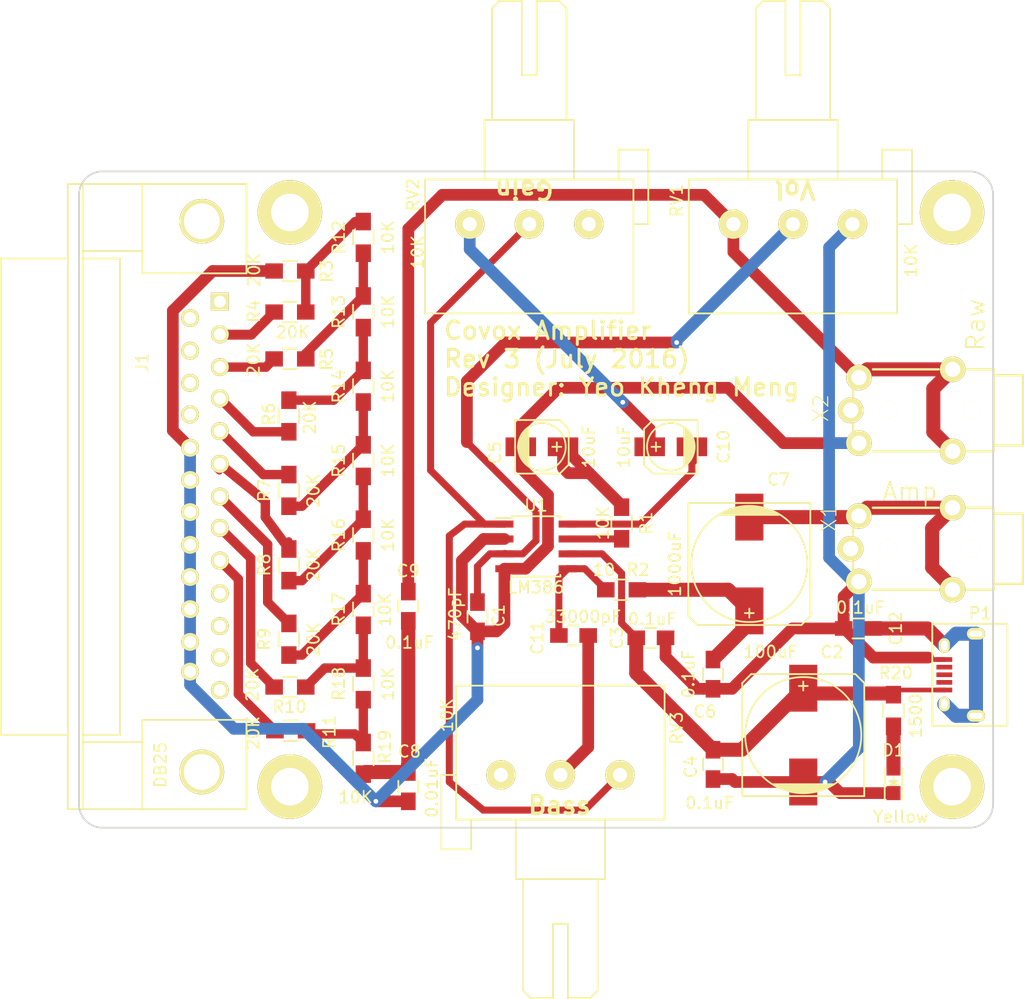
<source format=kicad_pcb>
(kicad_pcb (version 20171130) (host pcbnew "(5.1.12)-1")

  (general
    (thickness 1.6)
    (drawings 12)
    (tracks 265)
    (zones 0)
    (modules 45)
    (nets 33)
  )

  (page A4)
  (title_block
    (title "Covox with Amplifier")
    (date 2016-07-24)
    (rev 3)
    (comment 1 "Designed by Yeo Kheng Meng")
  )

  (layers
    (0 F.Cu signal)
    (31 B.Cu signal)
    (32 B.Adhes user hide)
    (33 F.Adhes user hide)
    (34 B.Paste user hide)
    (35 F.Paste user hide)
    (36 B.SilkS user hide)
    (37 F.SilkS user hide)
    (38 B.Mask user hide)
    (39 F.Mask user hide)
    (40 Dwgs.User user hide)
    (41 Cmts.User user hide)
    (42 Eco1.User user hide)
    (43 Eco2.User user hide)
    (44 Edge.Cuts user)
    (45 Margin user hide)
    (46 B.CrtYd user hide)
    (47 F.CrtYd user hide)
    (48 B.Fab user hide)
    (49 F.Fab user hide)
  )

  (setup
    (last_trace_width 1)
    (trace_clearance 0.2)
    (zone_clearance 0.508)
    (zone_45_only no)
    (trace_min 0.2)
    (via_size 0.6)
    (via_drill 0.4)
    (via_min_size 0.4)
    (via_min_drill 0.3)
    (uvia_size 0.3)
    (uvia_drill 0.1)
    (uvias_allowed no)
    (uvia_min_size 0.2)
    (uvia_min_drill 0.1)
    (edge_width 0.15)
    (segment_width 0.2)
    (pcb_text_width 0.3)
    (pcb_text_size 1.5 1.5)
    (mod_edge_width 0.15)
    (mod_text_size 1 1)
    (mod_text_width 0.15)
    (pad_size 1.524 1.524)
    (pad_drill 0.762)
    (pad_to_mask_clearance 0.2)
    (aux_axis_origin 100 142)
    (grid_origin 100 142)
    (visible_elements 7FFFFFFF)
    (pcbplotparams
      (layerselection 0x010fc_80000001)
      (usegerberextensions true)
      (usegerberattributes true)
      (usegerberadvancedattributes true)
      (creategerberjobfile true)
      (excludeedgelayer true)
      (linewidth 0.100000)
      (plotframeref false)
      (viasonmask false)
      (mode 1)
      (useauxorigin false)
      (hpglpennumber 1)
      (hpglpenspeed 20)
      (hpglpendiameter 15.000000)
      (psnegative false)
      (psa4output false)
      (plotreference true)
      (plotvalue true)
      (plotinvisibletext false)
      (padsonsilk false)
      (subtractmaskfromsilk false)
      (outputformat 1)
      (mirror false)
      (drillshape 0)
      (scaleselection 1)
      (outputdirectory "gerber/"))
  )

  (net 0 "")
  (net 1 GND)
  (net 2 Input+)
  (net 3 +5V)
  (net 4 "Net-(C5-Pad1)")
  (net 5 "Net-(C6-Pad1)")
  (net 6 Amp-Audio)
  (net 7 "Net-(C8-Pad1)")
  (net 8 Source-Audio)
  (net 9 "Net-(C10-Pad1)")
  (net 10 Gain8)
  (net 11 Vout)
  (net 12 "Net-(C11-Pad2)")
  (net 13 Data7)
  (net 14 Data6)
  (net 15 Data5)
  (net 16 Data4)
  (net 17 Data3)
  (net 18 Data2)
  (net 19 Data1)
  (net 20 Data0)
  (net 21 "Net-(R1-Pad2)")
  (net 22 "Net-(R12-Pad2)")
  (net 23 "Net-(R12-Pad1)")
  (net 24 "Net-(R13-Pad1)")
  (net 25 "Net-(R14-Pad1)")
  (net 26 "Net-(R15-Pad1)")
  (net 27 "Net-(R16-Pad1)")
  (net 28 "Net-(R10-Pad1)")
  (net 29 "Net-(R11-Pad1)")
  (net 30 Gain1)
  (net 31 "Net-(D1-Pad2)")
  (net 32 "Net-(C12-Pad2)")

  (net_class Default "This is the default net class."
    (clearance 0.2)
    (trace_width 1)
    (via_dia 0.6)
    (via_drill 0.4)
    (uvia_dia 0.3)
    (uvia_drill 0.1)
    (add_net +5V)
    (add_net Amp-Audio)
    (add_net Data0)
    (add_net Data1)
    (add_net Data2)
    (add_net Data3)
    (add_net Data4)
    (add_net Data5)
    (add_net Data6)
    (add_net Data7)
    (add_net GND)
    (add_net Gain1)
    (add_net Gain8)
    (add_net Input+)
    (add_net "Net-(C10-Pad1)")
    (add_net "Net-(C11-Pad2)")
    (add_net "Net-(C12-Pad2)")
    (add_net "Net-(C5-Pad1)")
    (add_net "Net-(C6-Pad1)")
    (add_net "Net-(C8-Pad1)")
    (add_net "Net-(D1-Pad2)")
    (add_net "Net-(R1-Pad2)")
    (add_net "Net-(R10-Pad1)")
    (add_net "Net-(R11-Pad1)")
    (add_net "Net-(R12-Pad1)")
    (add_net "Net-(R12-Pad2)")
    (add_net "Net-(R13-Pad1)")
    (add_net "Net-(R14-Pad1)")
    (add_net "Net-(R15-Pad1)")
    (add_net "Net-(R16-Pad1)")
    (add_net Source-Audio)
    (add_net Vout)
  )

  (net_class Micro-USB ""
    (clearance 0.2)
    (trace_width 0.4)
    (via_dia 0.6)
    (via_drill 0.4)
    (uvia_dia 0.3)
    (uvia_drill 0.1)
  )

  (module db25:DB25MC (layer F.Cu) (tedit 577782DD) (tstamp 578362A8)
    (at 113.75 113.75 90)
    (descr "Connecteur DB25 MALE couche")
    (tags "CONN DB25")
    (path /57761B75)
    (fp_text reference J1 (at 11.43 -6.35 90) (layer F.SilkS)
      (effects (font (size 1 1) (thickness 0.15)))
    )
    (fp_text value DB25 (at -22.9 -4.8 90) (layer F.SilkS)
      (effects (font (size 1 1) (thickness 0.15)))
    )
    (fp_line (start -26.67 2.54) (end -19.05 2.54) (layer F.SilkS) (width 0.15))
    (fp_line (start -20.32 -18.415) (end 20.32 -18.415) (layer F.SilkS) (width 0.15))
    (fp_line (start -20.32 -8.255) (end 20.32 -8.255) (layer F.SilkS) (width 0.15))
    (fp_line (start 19.05 2.54) (end 26.67 2.54) (layer F.SilkS) (width 0.15))
    (fp_line (start -26.67 -11.43) (end 26.67 -11.43) (layer F.SilkS) (width 0.15))
    (fp_line (start -26.67 -12.7) (end -26.67 -11.43) (layer F.SilkS) (width 0.15))
    (fp_line (start 26.67 -12.7) (end -26.67 -12.7) (layer F.SilkS) (width 0.15))
    (fp_line (start 26.67 -11.43) (end 26.67 -12.7) (layer F.SilkS) (width 0.15))
    (fp_line (start -20.32 -18.415) (end -20.32 -12.7) (layer F.SilkS) (width 0.15))
    (fp_line (start 20.32 -18.415) (end 20.32 -12.7) (layer F.SilkS) (width 0.15))
    (fp_line (start -20.32 -8.255) (end -20.32 -11.43) (layer F.SilkS) (width 0.15))
    (fp_line (start 20.32 -8.255) (end 20.32 -11.43) (layer F.SilkS) (width 0.15))
    (fp_line (start -26.67 -6.35) (end -19.05 -6.35) (layer F.SilkS) (width 0.15))
    (fp_line (start 26.67 -6.35) (end 19.05 -6.35) (layer F.SilkS) (width 0.15))
    (fp_line (start -26.67 2.54) (end -26.67 -11.43) (layer F.SilkS) (width 0.15))
    (fp_line (start -19.05 -6.35) (end -19.05 2.54) (layer F.SilkS) (width 0.15))
    (fp_line (start -20.955 -11.43) (end -20.955 -6.35) (layer F.SilkS) (width 0.15))
    (fp_line (start 20.955 -11.43) (end 20.955 -6.35) (layer F.SilkS) (width 0.15))
    (fp_line (start 19.05 -6.35) (end 19.05 2.54) (layer F.SilkS) (width 0.15))
    (fp_line (start 26.67 -11.43) (end 26.67 2.54) (layer F.SilkS) (width 0.15))
    (pad "" thru_hole circle (at 23.495 -1.27 90) (size 3.81 3.81) (drill 3.048) (layers *.Cu *.Mask F.SilkS))
    (pad "" thru_hole circle (at -23.495 -1.27 90) (size 3.81 3.81) (drill 3.048) (layers *.Cu *.Mask F.SilkS))
    (pad 13 thru_hole circle (at -16.51 0.27 90) (size 1.524 1.524) (drill 1.016) (layers *.Cu *.Mask F.SilkS))
    (pad 12 thru_hole circle (at -13.716 0.27 90) (size 1.524 1.524) (drill 1.016) (layers *.Cu *.Mask F.SilkS))
    (pad 11 thru_hole circle (at -11.049 0.27 90) (size 1.524 1.524) (drill 1.016) (layers *.Cu *.Mask F.SilkS))
    (pad 10 thru_hole circle (at -8.255 0.27 90) (size 1.524 1.524) (drill 1.016) (layers *.Cu *.Mask F.SilkS))
    (pad 9 thru_hole circle (at -5.461 0.27 90) (size 1.524 1.524) (drill 1.016) (layers *.Cu *.Mask F.SilkS)
      (net 13 Data7))
    (pad 8 thru_hole circle (at -2.667 0.27 90) (size 1.524 1.524) (drill 1.016) (layers *.Cu *.Mask F.SilkS)
      (net 14 Data6))
    (pad 7 thru_hole circle (at 0 0.27 90) (size 1.524 1.524) (drill 1.016) (layers *.Cu *.Mask F.SilkS)
      (net 15 Data5))
    (pad 6 thru_hole circle (at 2.794 0.27 90) (size 1.524 1.524) (drill 1.016) (layers *.Cu *.Mask F.SilkS)
      (net 16 Data4))
    (pad 5 thru_hole circle (at 5.588 0.27 90) (size 1.524 1.524) (drill 1.016) (layers *.Cu *.Mask F.SilkS)
      (net 17 Data3))
    (pad 4 thru_hole circle (at 8.382 0.27 90) (size 1.524 1.524) (drill 1.016) (layers *.Cu *.Mask F.SilkS)
      (net 18 Data2))
    (pad 3 thru_hole circle (at 11.049 0.27 90) (size 1.524 1.524) (drill 1.016) (layers *.Cu *.Mask F.SilkS)
      (net 19 Data1))
    (pad 2 thru_hole circle (at 13.843 0.27 90) (size 1.524 1.524) (drill 1.016) (layers *.Cu *.Mask F.SilkS)
      (net 20 Data0))
    (pad 1 thru_hole rect (at 16.637 0.27 90) (size 1.524 1.524) (drill 1.016) (layers *.Cu *.Mask F.SilkS))
    (pad 25 thru_hole circle (at -14.9352 -2.27 90) (size 1.524 1.524) (drill 1.016) (layers *.Cu *.Mask F.SilkS)
      (net 1 GND))
    (pad 24 thru_hole circle (at -12.3952 -2.27 90) (size 1.524 1.524) (drill 1.016) (layers *.Cu *.Mask F.SilkS)
      (net 1 GND))
    (pad 23 thru_hole circle (at -9.6012 -2.27 90) (size 1.524 1.524) (drill 1.016) (layers *.Cu *.Mask F.SilkS)
      (net 1 GND))
    (pad 22 thru_hole circle (at -6.858 -2.27 90) (size 1.524 1.524) (drill 1.016) (layers *.Cu *.Mask F.SilkS)
      (net 1 GND))
    (pad 21 thru_hole circle (at -4.1148 -2.27 90) (size 1.524 1.524) (drill 1.016) (layers *.Cu *.Mask F.SilkS)
      (net 1 GND))
    (pad 20 thru_hole circle (at -1.3208 -2.27 90) (size 1.524 1.524) (drill 1.016) (layers *.Cu *.Mask F.SilkS)
      (net 1 GND))
    (pad 19 thru_hole circle (at 1.4224 -2.27 90) (size 1.524 1.524) (drill 1.016) (layers *.Cu *.Mask F.SilkS)
      (net 1 GND))
    (pad 18 thru_hole circle (at 4.1656 -2.27 90) (size 1.524 1.524) (drill 1.016) (layers *.Cu *.Mask F.SilkS)
      (net 1 GND))
    (pad 17 thru_hole circle (at 7.0104 -2.27 90) (size 1.524 1.524) (drill 1.016) (layers *.Cu *.Mask F.SilkS))
    (pad 16 thru_hole circle (at 9.7028 -2.27 90) (size 1.524 1.524) (drill 1.016) (layers *.Cu *.Mask F.SilkS))
    (pad 15 thru_hole circle (at 12.446 -2.27 90) (size 1.524 1.524) (drill 1.016) (layers *.Cu *.Mask F.SilkS))
    (pad 14 thru_hole circle (at 15.24 -2.27 90) (size 1.524 1.524) (drill 1.016) (layers *.Cu *.Mask F.SilkS))
    (model Connect.3dshapes/DB25MC.wrl
      (at (xyz 0 0 0))
      (scale (xyz 1 1 1))
      (rotate (xyz 0 0 0))
    )
  )

  (module Capacitors_SMD:C_0805_HandSoldering (layer F.Cu) (tedit 577780B1) (tstamp 5776A7D8)
    (at 136 124 90)
    (descr "Capacitor SMD 0805, hand soldering")
    (tags "capacitor 0805")
    (path /57792DDC)
    (attr smd)
    (fp_text reference C1 (at 0.1 1.8 90) (layer F.SilkS)
      (effects (font (size 1 1) (thickness 0.15)))
    )
    (fp_text value 470pF (at 0.2 -1.9 90) (layer F.SilkS)
      (effects (font (size 1 1) (thickness 0.15)))
    )
    (fp_line (start -0.5 0.85) (end 0.5 0.85) (layer F.SilkS) (width 0.15))
    (fp_line (start 0.5 -0.85) (end -0.5 -0.85) (layer F.SilkS) (width 0.15))
    (fp_line (start 2.3 -1) (end 2.3 1) (layer F.CrtYd) (width 0.05))
    (fp_line (start -2.3 -1) (end -2.3 1) (layer F.CrtYd) (width 0.05))
    (fp_line (start -2.3 1) (end 2.3 1) (layer F.CrtYd) (width 0.05))
    (fp_line (start -2.3 -1) (end 2.3 -1) (layer F.CrtYd) (width 0.05))
    (pad 1 smd rect (at -1.25 0 90) (size 1.5 1.25) (layers F.Cu F.Paste F.Mask)
      (net 1 GND))
    (pad 2 smd rect (at 1.25 0 90) (size 1.5 1.25) (layers F.Cu F.Paste F.Mask)
      (net 2 Input+))
    (model Capacitors_SMD.3dshapes/C_0805_HandSoldering.wrl
      (at (xyz 0 0 0))
      (scale (xyz 1 1 1))
      (rotate (xyz 0 0 0))
    )
  )

  (module Capacitors_SMD:c_elec_10x10.5 (layer F.Cu) (tedit 5778C974) (tstamp 5776A7F1)
    (at 163.8 134.1 90)
    (descr "SMT capacitor, aluminium electrolytic, 10x10.5")
    (path /5779AAF6)
    (attr smd)
    (fp_text reference C2 (at 7.08 2.44 180) (layer F.SilkS)
      (effects (font (size 1 1) (thickness 0.15)))
    )
    (fp_text value 100uF (at 7.1 -2.8 180) (layer F.SilkS)
      (effects (font (size 1 1) (thickness 0.15)))
    )
    (fp_circle (center 0 0) (end 4.953 0) (layer F.SilkS) (width 0.15))
    (fp_line (start 4.191 -0.381) (end 4.191 0.381) (layer F.SilkS) (width 0.15))
    (fp_line (start 4.572 0) (end 3.81 0) (layer F.SilkS) (width 0.15))
    (fp_line (start 4.445 -5.207) (end -5.207 -5.207) (layer F.SilkS) (width 0.15))
    (fp_line (start 5.207 -4.445) (end 4.445 -5.207) (layer F.SilkS) (width 0.15))
    (fp_line (start 5.207 4.445) (end 5.207 -4.445) (layer F.SilkS) (width 0.15))
    (fp_line (start 4.445 5.207) (end 5.207 4.445) (layer F.SilkS) (width 0.15))
    (fp_line (start -5.207 5.207) (end 4.445 5.207) (layer F.SilkS) (width 0.15))
    (fp_line (start -5.207 -5.207) (end -5.207 5.207) (layer F.SilkS) (width 0.15))
    (fp_line (start -4.191 -2.54) (end -4.191 2.54) (layer F.SilkS) (width 0.15))
    (fp_line (start -4.318 2.413) (end -4.318 -2.413) (layer F.SilkS) (width 0.15))
    (fp_line (start -4.445 -2.159) (end -4.445 2.159) (layer F.SilkS) (width 0.15))
    (fp_line (start -4.572 1.778) (end -4.572 -1.778) (layer F.SilkS) (width 0.15))
    (fp_line (start -4.699 -1.397) (end -4.699 1.524) (layer F.SilkS) (width 0.15))
    (fp_line (start -4.826 1.016) (end -4.826 -1.016) (layer F.SilkS) (width 0.15))
    (fp_line (start -6.35 5.6) (end -6.35 -5.6) (layer F.CrtYd) (width 0.05))
    (fp_line (start 6.35 5.6) (end -6.35 5.6) (layer F.CrtYd) (width 0.05))
    (fp_line (start 6.35 -5.6) (end 6.35 5.6) (layer F.CrtYd) (width 0.05))
    (fp_line (start -6.35 -5.6) (end 6.35 -5.6) (layer F.CrtYd) (width 0.05))
    (pad 1 smd rect (at 4.0005 0 90) (size 4.0005 2.4003) (layers F.Cu F.Paste F.Mask)
      (net 3 +5V))
    (pad 2 smd rect (at -4.0005 0 90) (size 4.0005 2.4003) (layers F.Cu F.Paste F.Mask)
      (net 1 GND))
    (model Capacitors_SMD.3dshapes/c_elec_10x10.5.wrl
      (at (xyz 0 0 0))
      (scale (xyz 1 1 1))
      (rotate (xyz 0 0 0))
    )
  )

  (module Capacitors_SMD:C_0805_HandSoldering (layer F.Cu) (tedit 57831AA5) (tstamp 5776A7FD)
    (at 150.8 125.8)
    (descr "Capacitor SMD 0805, hand soldering")
    (tags "capacitor 0805")
    (path /57793C57)
    (attr smd)
    (fp_text reference C3 (at -2.9 0 90) (layer F.SilkS)
      (effects (font (size 1 1) (thickness 0.15)))
    )
    (fp_text value 0.1uF (at 0.1 -1.6 180) (layer F.SilkS)
      (effects (font (size 1 1) (thickness 0.15)))
    )
    (fp_line (start -0.5 0.85) (end 0.5 0.85) (layer F.SilkS) (width 0.15))
    (fp_line (start 0.5 -0.85) (end -0.5 -0.85) (layer F.SilkS) (width 0.15))
    (fp_line (start 2.3 -1) (end 2.3 1) (layer F.CrtYd) (width 0.05))
    (fp_line (start -2.3 -1) (end -2.3 1) (layer F.CrtYd) (width 0.05))
    (fp_line (start -2.3 1) (end 2.3 1) (layer F.CrtYd) (width 0.05))
    (fp_line (start -2.3 -1) (end 2.3 -1) (layer F.CrtYd) (width 0.05))
    (pad 1 smd rect (at -1.25 0) (size 1.5 1.25) (layers F.Cu F.Paste F.Mask)
      (net 3 +5V))
    (pad 2 smd rect (at 1.25 0) (size 1.5 1.25) (layers F.Cu F.Paste F.Mask)
      (net 1 GND))
    (model Capacitors_SMD.3dshapes/C_0805_HandSoldering.wrl
      (at (xyz 0 0 0))
      (scale (xyz 1 1 1))
      (rotate (xyz 0 0 0))
    )
  )

  (module Capacitors_SMD:C_0805_HandSoldering (layer F.Cu) (tedit 577780ED) (tstamp 5776A809)
    (at 156.1 136.6 270)
    (descr "Capacitor SMD 0805, hand soldering")
    (tags "capacitor 0805")
    (path /5779107A)
    (attr smd)
    (fp_text reference C4 (at 0.2 1.9 270) (layer F.SilkS)
      (effects (font (size 1 1) (thickness 0.15)))
    )
    (fp_text value 0.1uF (at 3.3 0.3) (layer F.SilkS)
      (effects (font (size 1 1) (thickness 0.15)))
    )
    (fp_line (start -0.5 0.85) (end 0.5 0.85) (layer F.SilkS) (width 0.15))
    (fp_line (start 0.5 -0.85) (end -0.5 -0.85) (layer F.SilkS) (width 0.15))
    (fp_line (start 2.3 -1) (end 2.3 1) (layer F.CrtYd) (width 0.05))
    (fp_line (start -2.3 -1) (end -2.3 1) (layer F.CrtYd) (width 0.05))
    (fp_line (start -2.3 1) (end 2.3 1) (layer F.CrtYd) (width 0.05))
    (fp_line (start -2.3 -1) (end 2.3 -1) (layer F.CrtYd) (width 0.05))
    (pad 1 smd rect (at -1.25 0 270) (size 1.5 1.25) (layers F.Cu F.Paste F.Mask)
      (net 3 +5V))
    (pad 2 smd rect (at 1.25 0 270) (size 1.5 1.25) (layers F.Cu F.Paste F.Mask)
      (net 1 GND))
    (model Capacitors_SMD.3dshapes/C_0805_HandSoldering.wrl
      (at (xyz 0 0 0))
      (scale (xyz 1 1 1))
      (rotate (xyz 0 0 0))
    )
  )

  (module Capacitors_SMD:C_0805_HandSoldering (layer F.Cu) (tedit 7FFFFFFF) (tstamp 5776A82E)
    (at 156.1 128.9 270)
    (descr "Capacitor SMD 0805, hand soldering")
    (tags "capacitor 0805")
    (path /5779F392)
    (attr smd)
    (fp_text reference C6 (at 3.2 0.7) (layer F.SilkS)
      (effects (font (size 1 1) (thickness 0.15)))
    )
    (fp_text value 0.1uF (at 0 2.1 270) (layer F.SilkS)
      (effects (font (size 1 1) (thickness 0.15)))
    )
    (fp_line (start -0.5 0.85) (end 0.5 0.85) (layer F.SilkS) (width 0.15))
    (fp_line (start 0.5 -0.85) (end -0.5 -0.85) (layer F.SilkS) (width 0.15))
    (fp_line (start 2.3 -1) (end 2.3 1) (layer F.CrtYd) (width 0.05))
    (fp_line (start -2.3 -1) (end -2.3 1) (layer F.CrtYd) (width 0.05))
    (fp_line (start -2.3 1) (end 2.3 1) (layer F.CrtYd) (width 0.05))
    (fp_line (start -2.3 -1) (end 2.3 -1) (layer F.CrtYd) (width 0.05))
    (pad 1 smd rect (at -1.25 0 270) (size 1.5 1.25) (layers F.Cu F.Paste F.Mask)
      (net 5 "Net-(C6-Pad1)"))
    (pad 2 smd rect (at 1.25 0 270) (size 1.5 1.25) (layers F.Cu F.Paste F.Mask)
      (net 1 GND))
    (model Capacitors_SMD.3dshapes/C_0805_HandSoldering.wrl
      (at (xyz 0 0 0))
      (scale (xyz 1 1 1))
      (rotate (xyz 0 0 0))
    )
  )

  (module Capacitors_SMD:c_elec_10x10.5 (layer F.Cu) (tedit 57778739) (tstamp 5776A847)
    (at 159.2 119.5 270)
    (descr "SMT capacitor, aluminium electrolytic, 10x10.5")
    (path /5779D741)
    (attr smd)
    (fp_text reference C7 (at -7.2 -2.5) (layer F.SilkS)
      (effects (font (size 1 1) (thickness 0.15)))
    )
    (fp_text value 1000uF (at 0 6.35 270) (layer F.SilkS)
      (effects (font (size 1 1) (thickness 0.15)))
    )
    (fp_circle (center 0 0) (end 4.953 0) (layer F.SilkS) (width 0.15))
    (fp_line (start 4.191 -0.381) (end 4.191 0.381) (layer F.SilkS) (width 0.15))
    (fp_line (start 4.572 0) (end 3.81 0) (layer F.SilkS) (width 0.15))
    (fp_line (start 4.445 -5.207) (end -5.207 -5.207) (layer F.SilkS) (width 0.15))
    (fp_line (start 5.207 -4.445) (end 4.445 -5.207) (layer F.SilkS) (width 0.15))
    (fp_line (start 5.207 4.445) (end 5.207 -4.445) (layer F.SilkS) (width 0.15))
    (fp_line (start 4.445 5.207) (end 5.207 4.445) (layer F.SilkS) (width 0.15))
    (fp_line (start -5.207 5.207) (end 4.445 5.207) (layer F.SilkS) (width 0.15))
    (fp_line (start -5.207 -5.207) (end -5.207 5.207) (layer F.SilkS) (width 0.15))
    (fp_line (start -4.191 -2.54) (end -4.191 2.54) (layer F.SilkS) (width 0.15))
    (fp_line (start -4.318 2.413) (end -4.318 -2.413) (layer F.SilkS) (width 0.15))
    (fp_line (start -4.445 -2.159) (end -4.445 2.159) (layer F.SilkS) (width 0.15))
    (fp_line (start -4.572 1.778) (end -4.572 -1.778) (layer F.SilkS) (width 0.15))
    (fp_line (start -4.699 -1.397) (end -4.699 1.524) (layer F.SilkS) (width 0.15))
    (fp_line (start -4.826 1.016) (end -4.826 -1.016) (layer F.SilkS) (width 0.15))
    (fp_line (start -6.35 5.6) (end -6.35 -5.6) (layer F.CrtYd) (width 0.05))
    (fp_line (start 6.35 5.6) (end -6.35 5.6) (layer F.CrtYd) (width 0.05))
    (fp_line (start 6.35 -5.6) (end 6.35 5.6) (layer F.CrtYd) (width 0.05))
    (fp_line (start -6.35 -5.6) (end 6.35 -5.6) (layer F.CrtYd) (width 0.05))
    (pad 1 smd rect (at 4.0005 0 270) (size 4.0005 2.4003) (layers F.Cu F.Paste F.Mask)
      (net 5 "Net-(C6-Pad1)"))
    (pad 2 smd rect (at -4.0005 0 270) (size 4.0005 2.4003) (layers F.Cu F.Paste F.Mask)
      (net 6 Amp-Audio))
    (model Capacitors_SMD.3dshapes/c_elec_10x10.5.wrl
      (at (xyz 0 0 0))
      (scale (xyz 1 1 1))
      (rotate (xyz 0 0 0))
    )
  )

  (module Capacitors_SMD:C_0805_HandSoldering (layer F.Cu) (tedit 5778C7BB) (tstamp 5776A853)
    (at 130.1 138.5 270)
    (descr "Capacitor SMD 0805, hand soldering")
    (tags "capacitor 0805")
    (path /5776C2EF)
    (attr smd)
    (fp_text reference C8 (at -3 -0.1) (layer F.SilkS)
      (effects (font (size 1 1) (thickness 0.15)))
    )
    (fp_text value 0.01uF (at 0.1 -2 270) (layer F.SilkS)
      (effects (font (size 1 1) (thickness 0.15)))
    )
    (fp_line (start -0.5 0.85) (end 0.5 0.85) (layer F.SilkS) (width 0.15))
    (fp_line (start 0.5 -0.85) (end -0.5 -0.85) (layer F.SilkS) (width 0.15))
    (fp_line (start 2.3 -1) (end 2.3 1) (layer F.CrtYd) (width 0.05))
    (fp_line (start -2.3 -1) (end -2.3 1) (layer F.CrtYd) (width 0.05))
    (fp_line (start -2.3 1) (end 2.3 1) (layer F.CrtYd) (width 0.05))
    (fp_line (start -2.3 -1) (end 2.3 -1) (layer F.CrtYd) (width 0.05))
    (pad 1 smd rect (at -1.25 0 270) (size 1.5 1.25) (layers F.Cu F.Paste F.Mask)
      (net 7 "Net-(C8-Pad1)"))
    (pad 2 smd rect (at 1.25 0 270) (size 1.5 1.25) (layers F.Cu F.Paste F.Mask)
      (net 1 GND))
    (model Capacitors_SMD.3dshapes/C_0805_HandSoldering.wrl
      (at (xyz 0 0 0))
      (scale (xyz 1 1 1))
      (rotate (xyz 0 0 0))
    )
  )

  (module Capacitors_SMD:C_0805_HandSoldering (layer F.Cu) (tedit 577781EA) (tstamp 5776A85F)
    (at 130.1 123.1 90)
    (descr "Capacitor SMD 0805, hand soldering")
    (tags "capacitor 0805")
    (path /5776C3AA)
    (attr smd)
    (fp_text reference C9 (at 3 0 180) (layer F.SilkS)
      (effects (font (size 1 1) (thickness 0.15)))
    )
    (fp_text value 0.1uF (at -3.1 0.1 180) (layer F.SilkS)
      (effects (font (size 1 1) (thickness 0.15)))
    )
    (fp_line (start -0.5 0.85) (end 0.5 0.85) (layer F.SilkS) (width 0.15))
    (fp_line (start 0.5 -0.85) (end -0.5 -0.85) (layer F.SilkS) (width 0.15))
    (fp_line (start 2.3 -1) (end 2.3 1) (layer F.CrtYd) (width 0.05))
    (fp_line (start -2.3 -1) (end -2.3 1) (layer F.CrtYd) (width 0.05))
    (fp_line (start -2.3 1) (end 2.3 1) (layer F.CrtYd) (width 0.05))
    (fp_line (start -2.3 -1) (end 2.3 -1) (layer F.CrtYd) (width 0.05))
    (pad 1 smd rect (at -1.25 0 90) (size 1.5 1.25) (layers F.Cu F.Paste F.Mask)
      (net 7 "Net-(C8-Pad1)"))
    (pad 2 smd rect (at 1.25 0 90) (size 1.5 1.25) (layers F.Cu F.Paste F.Mask)
      (net 8 Source-Audio))
    (model Capacitors_SMD.3dshapes/C_0805_HandSoldering.wrl
      (at (xyz 0 0 0))
      (scale (xyz 1 1 1))
      (rotate (xyz 0 0 0))
    )
  )

  (module Capacitors_SMD:C_0805_HandSoldering (layer F.Cu) (tedit 57831ABC) (tstamp 5776A884)
    (at 144.2 125.6)
    (descr "Capacitor SMD 0805, hand soldering")
    (tags "capacitor 0805")
    (path /577B1E46)
    (attr smd)
    (fp_text reference C11 (at -3.1 0.2 90) (layer F.SilkS)
      (effects (font (size 1 1) (thickness 0.15)))
    )
    (fp_text value 33000pF (at 0.8 -1.6) (layer F.SilkS)
      (effects (font (size 1 1) (thickness 0.15)))
    )
    (fp_line (start -0.5 0.85) (end 0.5 0.85) (layer F.SilkS) (width 0.15))
    (fp_line (start 0.5 -0.85) (end -0.5 -0.85) (layer F.SilkS) (width 0.15))
    (fp_line (start 2.3 -1) (end 2.3 1) (layer F.CrtYd) (width 0.05))
    (fp_line (start -2.3 -1) (end -2.3 1) (layer F.CrtYd) (width 0.05))
    (fp_line (start -2.3 1) (end 2.3 1) (layer F.CrtYd) (width 0.05))
    (fp_line (start -2.3 -1) (end 2.3 -1) (layer F.CrtYd) (width 0.05))
    (pad 1 smd rect (at -1.25 0) (size 1.5 1.25) (layers F.Cu F.Paste F.Mask)
      (net 11 Vout))
    (pad 2 smd rect (at 1.25 0) (size 1.5 1.25) (layers F.Cu F.Paste F.Mask)
      (net 12 "Net-(C11-Pad2)"))
    (model Capacitors_SMD.3dshapes/C_0805_HandSoldering.wrl
      (at (xyz 0 0 0))
      (scale (xyz 1 1 1))
      (rotate (xyz 0 0 0))
    )
  )

  (module Connect:USB_Micro-B (layer F.Cu) (tedit 5778CB2E) (tstamp 5776A8CD)
    (at 177.4 128.95 90)
    (descr "Micro USB Type B Receptacle")
    (tags "USB USB_B USB_micro USB_OTG")
    (path /577736E1)
    (attr smd)
    (fp_text reference P1 (at 5.25 1.5 180) (layer F.SilkS)
      (effects (font (size 1 1) (thickness 0.15)))
    )
    (fp_text value USB (at 0 4.8 90) (layer F.Fab) hide
      (effects (font (size 1 1) (thickness 0.15)))
    )
    (fp_line (start -4.3509 3.81746) (end -4.3509 -2.58754) (layer F.SilkS) (width 0.15))
    (fp_line (start 4.3491 2.58746) (end -4.3509 2.58746) (layer F.SilkS) (width 0.15))
    (fp_line (start 4.3491 -2.58754) (end 4.3491 3.81746) (layer F.SilkS) (width 0.15))
    (fp_line (start -4.3509 -2.58754) (end 4.3491 -2.58754) (layer F.SilkS) (width 0.15))
    (fp_line (start -4.3509 3.81746) (end 4.3491 3.81746) (layer F.SilkS) (width 0.15))
    (fp_line (start -4.6 4.05) (end -4.6 -2.8) (layer F.CrtYd) (width 0.05))
    (fp_line (start 4.6 4.05) (end -4.6 4.05) (layer F.CrtYd) (width 0.05))
    (fp_line (start 4.6 -2.8) (end 4.6 4.05) (layer F.CrtYd) (width 0.05))
    (fp_line (start -4.6 -2.8) (end 4.6 -2.8) (layer F.CrtYd) (width 0.05))
    (pad 1 smd rect (at -1.3009 -1.56254 180) (size 1.35 0.4) (layers F.Cu F.Paste F.Mask)
      (net 3 +5V))
    (pad 2 smd rect (at -0.6509 -1.56254 180) (size 1.35 0.4) (layers F.Cu F.Paste F.Mask))
    (pad 3 smd rect (at -0.0009 -1.56254 180) (size 1.35 0.4) (layers F.Cu F.Paste F.Mask))
    (pad 4 smd rect (at 0.6491 -1.56254 180) (size 1.35 0.4) (layers F.Cu F.Paste F.Mask))
    (pad 5 smd rect (at 1.2991 -1.56254 180) (size 1.35 0.4) (layers F.Cu F.Paste F.Mask)
      (net 1 GND))
    (pad 6 thru_hole oval (at -2.5009 -1.56254 180) (size 0.95 1.25) (drill oval 0.55 0.85) (layers *.Cu *.Mask F.SilkS)
      (net 32 "Net-(C12-Pad2)"))
    (pad 6 thru_hole oval (at 2.4991 -1.56254 180) (size 0.95 1.25) (drill oval 0.55 0.85) (layers *.Cu *.Mask F.SilkS)
      (net 32 "Net-(C12-Pad2)"))
    (pad 6 thru_hole oval (at -3.5009 1.13746 180) (size 1.55 1) (drill oval 1.15 0.5) (layers *.Cu *.Mask F.SilkS)
      (net 32 "Net-(C12-Pad2)"))
    (pad 6 thru_hole oval (at 3.4991 1.13746 180) (size 1.55 1) (drill oval 1.15 0.5) (layers *.Cu *.Mask F.SilkS)
      (net 32 "Net-(C12-Pad2)"))
  )

  (module Resistors_SMD:R_0805_HandSoldering (layer F.Cu) (tedit 57831A91) (tstamp 5776A8D9)
    (at 148.3 116 270)
    (descr "Resistor SMD 0805, hand soldering")
    (tags "resistor 0805")
    (path /57795320)
    (attr smd)
    (fp_text reference R1 (at 0 -2.1 270) (layer F.SilkS)
      (effects (font (size 1 1) (thickness 0.15)))
    )
    (fp_text value 10K (at 0 1.6 270) (layer F.SilkS)
      (effects (font (size 1 1) (thickness 0.15)))
    )
    (fp_line (start -0.6 -0.875) (end 0.6 -0.875) (layer F.SilkS) (width 0.15))
    (fp_line (start 0.6 0.875) (end -0.6 0.875) (layer F.SilkS) (width 0.15))
    (fp_line (start 2.4 -1) (end 2.4 1) (layer F.CrtYd) (width 0.05))
    (fp_line (start -2.4 -1) (end -2.4 1) (layer F.CrtYd) (width 0.05))
    (fp_line (start -2.4 1) (end 2.4 1) (layer F.CrtYd) (width 0.05))
    (fp_line (start -2.4 -1) (end 2.4 -1) (layer F.CrtYd) (width 0.05))
    (pad 1 smd rect (at -1.35 0 270) (size 1.5 1.3) (layers F.Cu F.Paste F.Mask)
      (net 4 "Net-(C5-Pad1)"))
    (pad 2 smd rect (at 1.35 0 270) (size 1.5 1.3) (layers F.Cu F.Paste F.Mask)
      (net 21 "Net-(R1-Pad2)"))
    (model Resistors_SMD.3dshapes/R_0805_HandSoldering.wrl
      (at (xyz 0 0 0))
      (scale (xyz 1 1 1))
      (rotate (xyz 0 0 0))
    )
  )

  (module Resistors_SMD:R_0805_HandSoldering (layer F.Cu) (tedit 577781B1) (tstamp 5776A8E5)
    (at 148.3 121.7 180)
    (descr "Resistor SMD 0805, hand soldering")
    (tags "resistor 0805")
    (path /57799CC6)
    (attr smd)
    (fp_text reference R2 (at -1.4 1.7 180) (layer F.SilkS)
      (effects (font (size 1 1) (thickness 0.15)))
    )
    (fp_text value 10 (at 1.5 1.7 180) (layer F.SilkS)
      (effects (font (size 1 1) (thickness 0.15)))
    )
    (fp_line (start -0.6 -0.875) (end 0.6 -0.875) (layer F.SilkS) (width 0.15))
    (fp_line (start 0.6 0.875) (end -0.6 0.875) (layer F.SilkS) (width 0.15))
    (fp_line (start 2.4 -1) (end 2.4 1) (layer F.CrtYd) (width 0.05))
    (fp_line (start -2.4 -1) (end -2.4 1) (layer F.CrtYd) (width 0.05))
    (fp_line (start -2.4 1) (end 2.4 1) (layer F.CrtYd) (width 0.05))
    (fp_line (start -2.4 -1) (end 2.4 -1) (layer F.CrtYd) (width 0.05))
    (pad 1 smd rect (at -1.35 0 180) (size 1.5 1.3) (layers F.Cu F.Paste F.Mask)
      (net 5 "Net-(C6-Pad1)"))
    (pad 2 smd rect (at 1.35 0 180) (size 1.5 1.3) (layers F.Cu F.Paste F.Mask)
      (net 11 Vout))
    (model Resistors_SMD.3dshapes/R_0805_HandSoldering.wrl
      (at (xyz 0 0 0))
      (scale (xyz 1 1 1))
      (rotate (xyz 0 0 0))
    )
  )

  (module Resistors_SMD:R_0805_HandSoldering (layer F.Cu) (tedit 5778C86D) (tstamp 5776A8F1)
    (at 120 94.5 180)
    (descr "Resistor SMD 0805, hand soldering")
    (tags "resistor 0805")
    (path /5776A199)
    (attr smd)
    (fp_text reference R3 (at -3.14 -0.03 270) (layer F.SilkS)
      (effects (font (size 1 1) (thickness 0.15)))
    )
    (fp_text value 20K (at 3.06 0.09 270) (layer F.SilkS)
      (effects (font (size 1 1) (thickness 0.15)))
    )
    (fp_line (start -0.6 -0.875) (end 0.6 -0.875) (layer F.SilkS) (width 0.15))
    (fp_line (start 0.6 0.875) (end -0.6 0.875) (layer F.SilkS) (width 0.15))
    (fp_line (start 2.4 -1) (end 2.4 1) (layer F.CrtYd) (width 0.05))
    (fp_line (start -2.4 -1) (end -2.4 1) (layer F.CrtYd) (width 0.05))
    (fp_line (start -2.4 1) (end 2.4 1) (layer F.CrtYd) (width 0.05))
    (fp_line (start -2.4 -1) (end 2.4 -1) (layer F.CrtYd) (width 0.05))
    (pad 1 smd rect (at -1.35 0 180) (size 1.5 1.3) (layers F.Cu F.Paste F.Mask)
      (net 22 "Net-(R12-Pad2)"))
    (pad 2 smd rect (at 1.35 0 180) (size 1.5 1.3) (layers F.Cu F.Paste F.Mask)
      (net 1 GND))
    (model Resistors_SMD.3dshapes/R_0805_HandSoldering.wrl
      (at (xyz 0 0 0))
      (scale (xyz 1 1 1))
      (rotate (xyz 0 0 0))
    )
  )

  (module Resistors_SMD:R_0805_HandSoldering (layer F.Cu) (tedit 5778C881) (tstamp 5776A8FD)
    (at 120 98 180)
    (descr "Resistor SMD 0805, hand soldering")
    (tags "resistor 0805")
    (path /577677AB)
    (attr smd)
    (fp_text reference R4 (at 3.08 0.06 90) (layer F.SilkS)
      (effects (font (size 1 1) (thickness 0.15)))
    )
    (fp_text value 20K (at -0.23 -1.73) (layer F.SilkS)
      (effects (font (size 1 1) (thickness 0.15)))
    )
    (fp_line (start -0.6 -0.875) (end 0.6 -0.875) (layer F.SilkS) (width 0.15))
    (fp_line (start 0.6 0.875) (end -0.6 0.875) (layer F.SilkS) (width 0.15))
    (fp_line (start 2.4 -1) (end 2.4 1) (layer F.CrtYd) (width 0.05))
    (fp_line (start -2.4 -1) (end -2.4 1) (layer F.CrtYd) (width 0.05))
    (fp_line (start -2.4 1) (end 2.4 1) (layer F.CrtYd) (width 0.05))
    (fp_line (start -2.4 -1) (end 2.4 -1) (layer F.CrtYd) (width 0.05))
    (pad 1 smd rect (at -1.35 0 180) (size 1.5 1.3) (layers F.Cu F.Paste F.Mask)
      (net 22 "Net-(R12-Pad2)"))
    (pad 2 smd rect (at 1.35 0 180) (size 1.5 1.3) (layers F.Cu F.Paste F.Mask)
      (net 20 Data0))
    (model Resistors_SMD.3dshapes/R_0805_HandSoldering.wrl
      (at (xyz 0 0 0))
      (scale (xyz 1 1 1))
      (rotate (xyz 0 0 0))
    )
  )

  (module Resistors_SMD:R_0805_HandSoldering (layer F.Cu) (tedit 5778C864) (tstamp 5776A909)
    (at 120 102 180)
    (descr "Resistor SMD 0805, hand soldering")
    (tags "resistor 0805")
    (path /57767BD6)
    (attr smd)
    (fp_text reference R5 (at -3.14 -0.03 270) (layer F.SilkS)
      (effects (font (size 1 1) (thickness 0.15)))
    )
    (fp_text value 20K (at 3.1 -0.05 270) (layer F.SilkS)
      (effects (font (size 1 1) (thickness 0.15)))
    )
    (fp_line (start -0.6 -0.875) (end 0.6 -0.875) (layer F.SilkS) (width 0.15))
    (fp_line (start 0.6 0.875) (end -0.6 0.875) (layer F.SilkS) (width 0.15))
    (fp_line (start 2.4 -1) (end 2.4 1) (layer F.CrtYd) (width 0.05))
    (fp_line (start -2.4 -1) (end -2.4 1) (layer F.CrtYd) (width 0.05))
    (fp_line (start -2.4 1) (end 2.4 1) (layer F.CrtYd) (width 0.05))
    (fp_line (start -2.4 -1) (end 2.4 -1) (layer F.CrtYd) (width 0.05))
    (pad 1 smd rect (at -1.35 0 180) (size 1.5 1.3) (layers F.Cu F.Paste F.Mask)
      (net 23 "Net-(R12-Pad1)"))
    (pad 2 smd rect (at 1.35 0 180) (size 1.5 1.3) (layers F.Cu F.Paste F.Mask)
      (net 19 Data1))
    (model Resistors_SMD.3dshapes/R_0805_HandSoldering.wrl
      (at (xyz 0 0 0))
      (scale (xyz 1 1 1))
      (rotate (xyz 0 0 0))
    )
  )

  (module Resistors_SMD:R_0805_HandSoldering (layer F.Cu) (tedit 57778041) (tstamp 5776A915)
    (at 119.91 106.87 270)
    (descr "Resistor SMD 0805, hand soldering")
    (tags "resistor 0805")
    (path /57767D92)
    (attr smd)
    (fp_text reference R6 (at -0.17 1.71 270) (layer F.SilkS)
      (effects (font (size 1 1) (thickness 0.15)))
    )
    (fp_text value 20K (at 0.13 -1.79 270) (layer F.SilkS)
      (effects (font (size 1 1) (thickness 0.15)))
    )
    (fp_line (start -0.6 -0.875) (end 0.6 -0.875) (layer F.SilkS) (width 0.15))
    (fp_line (start 0.6 0.875) (end -0.6 0.875) (layer F.SilkS) (width 0.15))
    (fp_line (start 2.4 -1) (end 2.4 1) (layer F.CrtYd) (width 0.05))
    (fp_line (start -2.4 -1) (end -2.4 1) (layer F.CrtYd) (width 0.05))
    (fp_line (start -2.4 1) (end 2.4 1) (layer F.CrtYd) (width 0.05))
    (fp_line (start -2.4 -1) (end 2.4 -1) (layer F.CrtYd) (width 0.05))
    (pad 1 smd rect (at -1.35 0 270) (size 1.5 1.3) (layers F.Cu F.Paste F.Mask)
      (net 24 "Net-(R13-Pad1)"))
    (pad 2 smd rect (at 1.35 0 270) (size 1.5 1.3) (layers F.Cu F.Paste F.Mask)
      (net 18 Data2))
    (model Resistors_SMD.3dshapes/R_0805_HandSoldering.wrl
      (at (xyz 0 0 0))
      (scale (xyz 1 1 1))
      (rotate (xyz 0 0 0))
    )
  )

  (module Resistors_SMD:R_0805_HandSoldering (layer F.Cu) (tedit 57778047) (tstamp 5776A921)
    (at 119.91 113.22 90)
    (descr "Resistor SMD 0805, hand soldering")
    (tags "resistor 0805")
    (path /57767D98)
    (attr smd)
    (fp_text reference R7 (at 0 -2.1 90) (layer F.SilkS)
      (effects (font (size 1 1) (thickness 0.15)))
    )
    (fp_text value 20K (at 0 2.1 90) (layer F.SilkS)
      (effects (font (size 1 1) (thickness 0.15)))
    )
    (fp_line (start -0.6 -0.875) (end 0.6 -0.875) (layer F.SilkS) (width 0.15))
    (fp_line (start 0.6 0.875) (end -0.6 0.875) (layer F.SilkS) (width 0.15))
    (fp_line (start 2.4 -1) (end 2.4 1) (layer F.CrtYd) (width 0.05))
    (fp_line (start -2.4 -1) (end -2.4 1) (layer F.CrtYd) (width 0.05))
    (fp_line (start -2.4 1) (end 2.4 1) (layer F.CrtYd) (width 0.05))
    (fp_line (start -2.4 -1) (end 2.4 -1) (layer F.CrtYd) (width 0.05))
    (pad 1 smd rect (at -1.35 0 90) (size 1.5 1.3) (layers F.Cu F.Paste F.Mask)
      (net 25 "Net-(R14-Pad1)"))
    (pad 2 smd rect (at 1.35 0 90) (size 1.5 1.3) (layers F.Cu F.Paste F.Mask)
      (net 17 Data3))
    (model Resistors_SMD.3dshapes/R_0805_HandSoldering.wrl
      (at (xyz 0 0 0))
      (scale (xyz 1 1 1))
      (rotate (xyz 0 0 0))
    )
  )

  (module Resistors_SMD:R_0805_HandSoldering (layer F.Cu) (tedit 5777804D) (tstamp 5776A92D)
    (at 119.91 119.57 90)
    (descr "Resistor SMD 0805, hand soldering")
    (tags "resistor 0805")
    (path /57767EC0)
    (attr smd)
    (fp_text reference R8 (at 0 -2.1 90) (layer F.SilkS)
      (effects (font (size 1 1) (thickness 0.15)))
    )
    (fp_text value 20K (at 0 2.1 90) (layer F.SilkS)
      (effects (font (size 1 1) (thickness 0.15)))
    )
    (fp_line (start -0.6 -0.875) (end 0.6 -0.875) (layer F.SilkS) (width 0.15))
    (fp_line (start 0.6 0.875) (end -0.6 0.875) (layer F.SilkS) (width 0.15))
    (fp_line (start 2.4 -1) (end 2.4 1) (layer F.CrtYd) (width 0.05))
    (fp_line (start -2.4 -1) (end -2.4 1) (layer F.CrtYd) (width 0.05))
    (fp_line (start -2.4 1) (end 2.4 1) (layer F.CrtYd) (width 0.05))
    (fp_line (start -2.4 -1) (end 2.4 -1) (layer F.CrtYd) (width 0.05))
    (pad 1 smd rect (at -1.35 0 90) (size 1.5 1.3) (layers F.Cu F.Paste F.Mask)
      (net 26 "Net-(R15-Pad1)"))
    (pad 2 smd rect (at 1.35 0 90) (size 1.5 1.3) (layers F.Cu F.Paste F.Mask)
      (net 16 Data4))
    (model Resistors_SMD.3dshapes/R_0805_HandSoldering.wrl
      (at (xyz 0 0 0))
      (scale (xyz 1 1 1))
      (rotate (xyz 0 0 0))
    )
  )

  (module Resistors_SMD:R_0805_HandSoldering (layer F.Cu) (tedit 57778054) (tstamp 5776A939)
    (at 119.91 125.92 90)
    (descr "Resistor SMD 0805, hand soldering")
    (tags "resistor 0805")
    (path /57767EC6)
    (attr smd)
    (fp_text reference R9 (at 0 -2.1 90) (layer F.SilkS)
      (effects (font (size 1 1) (thickness 0.15)))
    )
    (fp_text value 20K (at 0 2.1 90) (layer F.SilkS)
      (effects (font (size 1 1) (thickness 0.15)))
    )
    (fp_line (start -0.6 -0.875) (end 0.6 -0.875) (layer F.SilkS) (width 0.15))
    (fp_line (start 0.6 0.875) (end -0.6 0.875) (layer F.SilkS) (width 0.15))
    (fp_line (start 2.4 -1) (end 2.4 1) (layer F.CrtYd) (width 0.05))
    (fp_line (start -2.4 -1) (end -2.4 1) (layer F.CrtYd) (width 0.05))
    (fp_line (start -2.4 1) (end 2.4 1) (layer F.CrtYd) (width 0.05))
    (fp_line (start -2.4 -1) (end 2.4 -1) (layer F.CrtYd) (width 0.05))
    (pad 1 smd rect (at -1.35 0 90) (size 1.5 1.3) (layers F.Cu F.Paste F.Mask)
      (net 27 "Net-(R16-Pad1)"))
    (pad 2 smd rect (at 1.35 0 90) (size 1.5 1.3) (layers F.Cu F.Paste F.Mask)
      (net 15 Data5))
    (model Resistors_SMD.3dshapes/R_0805_HandSoldering.wrl
      (at (xyz 0 0 0))
      (scale (xyz 1 1 1))
      (rotate (xyz 0 0 0))
    )
  )

  (module Resistors_SMD:R_0805_HandSoldering (layer F.Cu) (tedit 5778C8E7) (tstamp 5776A945)
    (at 120 130 180)
    (descr "Resistor SMD 0805, hand soldering")
    (tags "resistor 0805")
    (path /57767ECC)
    (attr smd)
    (fp_text reference R10 (at 0.03 -1.69 180) (layer F.SilkS)
      (effects (font (size 1 1) (thickness 0.15)))
    )
    (fp_text value 20K (at 3.2 0.2 270) (layer F.SilkS)
      (effects (font (size 1 1) (thickness 0.15)))
    )
    (fp_line (start -0.6 -0.875) (end 0.6 -0.875) (layer F.SilkS) (width 0.15))
    (fp_line (start 0.6 0.875) (end -0.6 0.875) (layer F.SilkS) (width 0.15))
    (fp_line (start 2.4 -1) (end 2.4 1) (layer F.CrtYd) (width 0.05))
    (fp_line (start -2.4 -1) (end -2.4 1) (layer F.CrtYd) (width 0.05))
    (fp_line (start -2.4 1) (end 2.4 1) (layer F.CrtYd) (width 0.05))
    (fp_line (start -2.4 -1) (end 2.4 -1) (layer F.CrtYd) (width 0.05))
    (pad 1 smd rect (at -1.35 0 180) (size 1.5 1.3) (layers F.Cu F.Paste F.Mask)
      (net 28 "Net-(R10-Pad1)"))
    (pad 2 smd rect (at 1.35 0 180) (size 1.5 1.3) (layers F.Cu F.Paste F.Mask)
      (net 14 Data6))
    (model Resistors_SMD.3dshapes/R_0805_HandSoldering.wrl
      (at (xyz 0 0 0))
      (scale (xyz 1 1 1))
      (rotate (xyz 0 0 0))
    )
  )

  (module Resistors_SMD:R_0805_HandSoldering (layer F.Cu) (tedit 5778C7B1) (tstamp 5776A951)
    (at 120.07 133.73 180)
    (descr "Resistor SMD 0805, hand soldering")
    (tags "resistor 0805")
    (path /57767ED2)
    (attr smd)
    (fp_text reference R11 (at -3.3 -0.1 270) (layer F.SilkS)
      (effects (font (size 1 1) (thickness 0.15)))
    )
    (fp_text value 20K (at 3.2 -0.2 270) (layer F.SilkS)
      (effects (font (size 1 1) (thickness 0.15)))
    )
    (fp_line (start -0.6 -0.875) (end 0.6 -0.875) (layer F.SilkS) (width 0.15))
    (fp_line (start 0.6 0.875) (end -0.6 0.875) (layer F.SilkS) (width 0.15))
    (fp_line (start 2.4 -1) (end 2.4 1) (layer F.CrtYd) (width 0.05))
    (fp_line (start -2.4 -1) (end -2.4 1) (layer F.CrtYd) (width 0.05))
    (fp_line (start -2.4 1) (end 2.4 1) (layer F.CrtYd) (width 0.05))
    (fp_line (start -2.4 -1) (end 2.4 -1) (layer F.CrtYd) (width 0.05))
    (pad 1 smd rect (at -1.35 0 180) (size 1.5 1.3) (layers F.Cu F.Paste F.Mask)
      (net 29 "Net-(R11-Pad1)"))
    (pad 2 smd rect (at 1.35 0 180) (size 1.5 1.3) (layers F.Cu F.Paste F.Mask)
      (net 13 Data7))
    (model Resistors_SMD.3dshapes/R_0805_HandSoldering.wrl
      (at (xyz 0 0 0))
      (scale (xyz 1 1 1))
      (rotate (xyz 0 0 0))
    )
  )

  (module Resistors_SMD:R_0805_HandSoldering (layer F.Cu) (tedit 5777809A) (tstamp 5776A95D)
    (at 126.26 91.63 90)
    (descr "Resistor SMD 0805, hand soldering")
    (tags "resistor 0805")
    (path /57768432)
    (attr smd)
    (fp_text reference R12 (at 0 -2.1 90) (layer F.SilkS)
      (effects (font (size 1 1) (thickness 0.15)))
    )
    (fp_text value 10K (at 0 2.1 90) (layer F.SilkS)
      (effects (font (size 1 1) (thickness 0.15)))
    )
    (fp_line (start -0.6 -0.875) (end 0.6 -0.875) (layer F.SilkS) (width 0.15))
    (fp_line (start 0.6 0.875) (end -0.6 0.875) (layer F.SilkS) (width 0.15))
    (fp_line (start 2.4 -1) (end 2.4 1) (layer F.CrtYd) (width 0.05))
    (fp_line (start -2.4 -1) (end -2.4 1) (layer F.CrtYd) (width 0.05))
    (fp_line (start -2.4 1) (end 2.4 1) (layer F.CrtYd) (width 0.05))
    (fp_line (start -2.4 -1) (end 2.4 -1) (layer F.CrtYd) (width 0.05))
    (pad 1 smd rect (at -1.35 0 90) (size 1.5 1.3) (layers F.Cu F.Paste F.Mask)
      (net 23 "Net-(R12-Pad1)"))
    (pad 2 smd rect (at 1.35 0 90) (size 1.5 1.3) (layers F.Cu F.Paste F.Mask)
      (net 22 "Net-(R12-Pad2)"))
    (model Resistors_SMD.3dshapes/R_0805_HandSoldering.wrl
      (at (xyz 0 0 0))
      (scale (xyz 1 1 1))
      (rotate (xyz 0 0 0))
    )
  )

  (module Resistors_SMD:R_0805_HandSoldering (layer F.Cu) (tedit 57778093) (tstamp 5776A969)
    (at 126.26 97.98 90)
    (descr "Resistor SMD 0805, hand soldering")
    (tags "resistor 0805")
    (path /577684C8)
    (attr smd)
    (fp_text reference R13 (at 0 -2.1 90) (layer F.SilkS)
      (effects (font (size 1 1) (thickness 0.15)))
    )
    (fp_text value 10K (at 0 2.1 90) (layer F.SilkS)
      (effects (font (size 1 1) (thickness 0.15)))
    )
    (fp_line (start -0.6 -0.875) (end 0.6 -0.875) (layer F.SilkS) (width 0.15))
    (fp_line (start 0.6 0.875) (end -0.6 0.875) (layer F.SilkS) (width 0.15))
    (fp_line (start 2.4 -1) (end 2.4 1) (layer F.CrtYd) (width 0.05))
    (fp_line (start -2.4 -1) (end -2.4 1) (layer F.CrtYd) (width 0.05))
    (fp_line (start -2.4 1) (end 2.4 1) (layer F.CrtYd) (width 0.05))
    (fp_line (start -2.4 -1) (end 2.4 -1) (layer F.CrtYd) (width 0.05))
    (pad 1 smd rect (at -1.35 0 90) (size 1.5 1.3) (layers F.Cu F.Paste F.Mask)
      (net 24 "Net-(R13-Pad1)"))
    (pad 2 smd rect (at 1.35 0 90) (size 1.5 1.3) (layers F.Cu F.Paste F.Mask)
      (net 23 "Net-(R12-Pad1)"))
    (model Resistors_SMD.3dshapes/R_0805_HandSoldering.wrl
      (at (xyz 0 0 0))
      (scale (xyz 1 1 1))
      (rotate (xyz 0 0 0))
    )
  )

  (module Resistors_SMD:R_0805_HandSoldering (layer F.Cu) (tedit 5777808D) (tstamp 5776A975)
    (at 126.26 104.33 90)
    (descr "Resistor SMD 0805, hand soldering")
    (tags "resistor 0805")
    (path /577685B1)
    (attr smd)
    (fp_text reference R14 (at 0 -2.1 90) (layer F.SilkS)
      (effects (font (size 1 1) (thickness 0.15)))
    )
    (fp_text value 10K (at 0 2.1 90) (layer F.SilkS)
      (effects (font (size 1 1) (thickness 0.15)))
    )
    (fp_line (start -0.6 -0.875) (end 0.6 -0.875) (layer F.SilkS) (width 0.15))
    (fp_line (start 0.6 0.875) (end -0.6 0.875) (layer F.SilkS) (width 0.15))
    (fp_line (start 2.4 -1) (end 2.4 1) (layer F.CrtYd) (width 0.05))
    (fp_line (start -2.4 -1) (end -2.4 1) (layer F.CrtYd) (width 0.05))
    (fp_line (start -2.4 1) (end 2.4 1) (layer F.CrtYd) (width 0.05))
    (fp_line (start -2.4 -1) (end 2.4 -1) (layer F.CrtYd) (width 0.05))
    (pad 1 smd rect (at -1.35 0 90) (size 1.5 1.3) (layers F.Cu F.Paste F.Mask)
      (net 25 "Net-(R14-Pad1)"))
    (pad 2 smd rect (at 1.35 0 90) (size 1.5 1.3) (layers F.Cu F.Paste F.Mask)
      (net 24 "Net-(R13-Pad1)"))
    (model Resistors_SMD.3dshapes/R_0805_HandSoldering.wrl
      (at (xyz 0 0 0))
      (scale (xyz 1 1 1))
      (rotate (xyz 0 0 0))
    )
  )

  (module Resistors_SMD:R_0805_HandSoldering (layer F.Cu) (tedit 57778086) (tstamp 5776A981)
    (at 126.26 110.68 90)
    (descr "Resistor SMD 0805, hand soldering")
    (tags "resistor 0805")
    (path /577685B7)
    (attr smd)
    (fp_text reference R15 (at 0 -2.1 90) (layer F.SilkS)
      (effects (font (size 1 1) (thickness 0.15)))
    )
    (fp_text value 10K (at 0 2.1 90) (layer F.SilkS)
      (effects (font (size 1 1) (thickness 0.15)))
    )
    (fp_line (start -0.6 -0.875) (end 0.6 -0.875) (layer F.SilkS) (width 0.15))
    (fp_line (start 0.6 0.875) (end -0.6 0.875) (layer F.SilkS) (width 0.15))
    (fp_line (start 2.4 -1) (end 2.4 1) (layer F.CrtYd) (width 0.05))
    (fp_line (start -2.4 -1) (end -2.4 1) (layer F.CrtYd) (width 0.05))
    (fp_line (start -2.4 1) (end 2.4 1) (layer F.CrtYd) (width 0.05))
    (fp_line (start -2.4 -1) (end 2.4 -1) (layer F.CrtYd) (width 0.05))
    (pad 1 smd rect (at -1.35 0 90) (size 1.5 1.3) (layers F.Cu F.Paste F.Mask)
      (net 26 "Net-(R15-Pad1)"))
    (pad 2 smd rect (at 1.35 0 90) (size 1.5 1.3) (layers F.Cu F.Paste F.Mask)
      (net 25 "Net-(R14-Pad1)"))
    (model Resistors_SMD.3dshapes/R_0805_HandSoldering.wrl
      (at (xyz 0 0 0))
      (scale (xyz 1 1 1))
      (rotate (xyz 0 0 0))
    )
  )

  (module Resistors_SMD:R_0805_HandSoldering (layer F.Cu) (tedit 57778080) (tstamp 5776A98D)
    (at 126.26 117.03 90)
    (descr "Resistor SMD 0805, hand soldering")
    (tags "resistor 0805")
    (path /57768723)
    (attr smd)
    (fp_text reference R16 (at 0 -2.1 90) (layer F.SilkS)
      (effects (font (size 1 1) (thickness 0.15)))
    )
    (fp_text value 10K (at 0 2.1 90) (layer F.SilkS)
      (effects (font (size 1 1) (thickness 0.15)))
    )
    (fp_line (start -0.6 -0.875) (end 0.6 -0.875) (layer F.SilkS) (width 0.15))
    (fp_line (start 0.6 0.875) (end -0.6 0.875) (layer F.SilkS) (width 0.15))
    (fp_line (start 2.4 -1) (end 2.4 1) (layer F.CrtYd) (width 0.05))
    (fp_line (start -2.4 -1) (end -2.4 1) (layer F.CrtYd) (width 0.05))
    (fp_line (start -2.4 1) (end 2.4 1) (layer F.CrtYd) (width 0.05))
    (fp_line (start -2.4 -1) (end 2.4 -1) (layer F.CrtYd) (width 0.05))
    (pad 1 smd rect (at -1.35 0 90) (size 1.5 1.3) (layers F.Cu F.Paste F.Mask)
      (net 27 "Net-(R16-Pad1)"))
    (pad 2 smd rect (at 1.35 0 90) (size 1.5 1.3) (layers F.Cu F.Paste F.Mask)
      (net 26 "Net-(R15-Pad1)"))
    (model Resistors_SMD.3dshapes/R_0805_HandSoldering.wrl
      (at (xyz 0 0 0))
      (scale (xyz 1 1 1))
      (rotate (xyz 0 0 0))
    )
  )

  (module Resistors_SMD:R_0805_HandSoldering (layer F.Cu) (tedit 577781D7) (tstamp 5776A999)
    (at 126.26 123.38 90)
    (descr "Resistor SMD 0805, hand soldering")
    (tags "resistor 0805")
    (path /57768729)
    (attr smd)
    (fp_text reference R17 (at 0 -2.1 90) (layer F.SilkS)
      (effects (font (size 1 1) (thickness 0.15)))
    )
    (fp_text value 10K (at -0.02 1.84 90) (layer F.SilkS)
      (effects (font (size 1 1) (thickness 0.15)))
    )
    (fp_line (start -0.6 -0.875) (end 0.6 -0.875) (layer F.SilkS) (width 0.15))
    (fp_line (start 0.6 0.875) (end -0.6 0.875) (layer F.SilkS) (width 0.15))
    (fp_line (start 2.4 -1) (end 2.4 1) (layer F.CrtYd) (width 0.05))
    (fp_line (start -2.4 -1) (end -2.4 1) (layer F.CrtYd) (width 0.05))
    (fp_line (start -2.4 1) (end 2.4 1) (layer F.CrtYd) (width 0.05))
    (fp_line (start -2.4 -1) (end 2.4 -1) (layer F.CrtYd) (width 0.05))
    (pad 1 smd rect (at -1.35 0 90) (size 1.5 1.3) (layers F.Cu F.Paste F.Mask)
      (net 28 "Net-(R10-Pad1)"))
    (pad 2 smd rect (at 1.35 0 90) (size 1.5 1.3) (layers F.Cu F.Paste F.Mask)
      (net 27 "Net-(R16-Pad1)"))
    (model Resistors_SMD.3dshapes/R_0805_HandSoldering.wrl
      (at (xyz 0 0 0))
      (scale (xyz 1 1 1))
      (rotate (xyz 0 0 0))
    )
  )

  (module Resistors_SMD:R_0805_HandSoldering (layer F.Cu) (tedit 57778072) (tstamp 5776A9A5)
    (at 126.26 129.73 90)
    (descr "Resistor SMD 0805, hand soldering")
    (tags "resistor 0805")
    (path /5776872F)
    (attr smd)
    (fp_text reference R18 (at 0 -2.1 90) (layer F.SilkS)
      (effects (font (size 1 1) (thickness 0.15)))
    )
    (fp_text value 10K (at 0 2.1 90) (layer F.SilkS)
      (effects (font (size 1 1) (thickness 0.15)))
    )
    (fp_line (start -0.6 -0.875) (end 0.6 -0.875) (layer F.SilkS) (width 0.15))
    (fp_line (start 0.6 0.875) (end -0.6 0.875) (layer F.SilkS) (width 0.15))
    (fp_line (start 2.4 -1) (end 2.4 1) (layer F.CrtYd) (width 0.05))
    (fp_line (start -2.4 -1) (end -2.4 1) (layer F.CrtYd) (width 0.05))
    (fp_line (start -2.4 1) (end 2.4 1) (layer F.CrtYd) (width 0.05))
    (fp_line (start -2.4 -1) (end 2.4 -1) (layer F.CrtYd) (width 0.05))
    (pad 1 smd rect (at -1.35 0 90) (size 1.5 1.3) (layers F.Cu F.Paste F.Mask)
      (net 29 "Net-(R11-Pad1)"))
    (pad 2 smd rect (at 1.35 0 90) (size 1.5 1.3) (layers F.Cu F.Paste F.Mask)
      (net 28 "Net-(R10-Pad1)"))
    (model Resistors_SMD.3dshapes/R_0805_HandSoldering.wrl
      (at (xyz 0 0 0))
      (scale (xyz 1 1 1))
      (rotate (xyz 0 0 0))
    )
  )

  (module Resistors_SMD:R_0805_HandSoldering (layer F.Cu) (tedit 5778C7B5) (tstamp 5776A9B1)
    (at 126.26 136.08 90)
    (descr "Resistor SMD 0805, hand soldering")
    (tags "resistor 0805")
    (path /57768735)
    (attr smd)
    (fp_text reference R19 (at 0.98 1.84 90) (layer F.SilkS)
      (effects (font (size 1 1) (thickness 0.15)))
    )
    (fp_text value 10K (at -3.32 -0.66 180) (layer F.SilkS)
      (effects (font (size 1 1) (thickness 0.15)))
    )
    (fp_line (start -0.6 -0.875) (end 0.6 -0.875) (layer F.SilkS) (width 0.15))
    (fp_line (start 0.6 0.875) (end -0.6 0.875) (layer F.SilkS) (width 0.15))
    (fp_line (start 2.4 -1) (end 2.4 1) (layer F.CrtYd) (width 0.05))
    (fp_line (start -2.4 -1) (end -2.4 1) (layer F.CrtYd) (width 0.05))
    (fp_line (start -2.4 1) (end 2.4 1) (layer F.CrtYd) (width 0.05))
    (fp_line (start -2.4 -1) (end 2.4 -1) (layer F.CrtYd) (width 0.05))
    (pad 1 smd rect (at -1.35 0 90) (size 1.5 1.3) (layers F.Cu F.Paste F.Mask)
      (net 7 "Net-(C8-Pad1)"))
    (pad 2 smd rect (at 1.35 0 90) (size 1.5 1.3) (layers F.Cu F.Paste F.Mask)
      (net 29 "Net-(R11-Pad1)"))
    (model Resistors_SMD.3dshapes/R_0805_HandSoldering.wrl
      (at (xyz 0 0 0))
      (scale (xyz 1 1 1))
      (rotate (xyz 0 0 0))
    )
  )

  (module Potentiometers:Potentiometer_Alps-RK163-single_15mm (layer F.Cu) (tedit 5785DBDF) (tstamp 5776A9CC)
    (at 168 90.5 90)
    (descr "Potentiometer, Alps, RK163, single")
    (tags "Potentiometer, Alps, RK163, single")
    (path /5777A309)
    (fp_text reference RV1 (at 2 -15 270) (layer F.SilkS)
      (effects (font (size 1 1) (thickness 0.15)))
    )
    (fp_text value 10K (at -3.1 5 90) (layer F.SilkS)
      (effects (font (size 1 1) (thickness 0.15)))
    )
    (fp_line (start -7.62 -13.97) (end 3.81 -13.97) (layer F.SilkS) (width 0.15))
    (fp_line (start -7.62 3.81) (end -7.62 -13.97) (layer F.SilkS) (width 0.15))
    (fp_line (start 3.81 3.81) (end -7.62 3.81) (layer F.SilkS) (width 0.15))
    (fp_line (start 3.81 -13.97) (end 3.81 3.81) (layer F.SilkS) (width 0.15))
    (fp_line (start 8.89 -1.27) (end 3.81 -1.27) (layer F.SilkS) (width 0.15))
    (fp_line (start 8.89 -8.89) (end 8.89 -1.27) (layer F.SilkS) (width 0.15))
    (fp_line (start 3.81 -8.89) (end 8.89 -8.89) (layer F.SilkS) (width 0.15))
    (fp_line (start 18.415 -1.905) (end 8.89 -1.905) (layer F.SilkS) (width 0.15))
    (fp_line (start 19.05 -2.54) (end 18.415 -1.905) (layer F.SilkS) (width 0.15))
    (fp_line (start 18.415 -8.255) (end 19.05 -7.62) (layer F.SilkS) (width 0.15))
    (fp_line (start 8.89 -8.255) (end 18.415 -8.255) (layer F.SilkS) (width 0.15))
    (fp_line (start 19.05 -5.715) (end 12.7 -5.715) (layer F.SilkS) (width 0.15))
    (fp_line (start 12.7 -4.445) (end 19.05 -4.445) (layer F.SilkS) (width 0.15))
    (fp_line (start 0 5.08) (end 0 3.81) (layer F.SilkS) (width 0.15))
    (fp_line (start 6.35 2.54) (end 3.81 2.54) (layer F.SilkS) (width 0.15))
    (fp_line (start 6.35 5.08) (end 6.35 2.54) (layer F.SilkS) (width 0.15))
    (fp_line (start 0 5.08) (end 6.35 5.08) (layer F.SilkS) (width 0.15))
    (fp_line (start 12.7 -5.715) (end 12.7 -4.445) (layer F.SilkS) (width 0.15))
    (fp_line (start 19.05 -2.54) (end 19.05 -4.445) (layer F.SilkS) (width 0.15))
    (fp_line (start 19.05 -5.715) (end 19.05 -7.62) (layer F.SilkS) (width 0.15))
    (pad 2 thru_hole circle (at 0 -5.08 90) (size 2.49936 2.49936) (drill 1.19888) (layers *.Cu *.Mask F.SilkS)
      (net 2 Input+))
    (pad 3 thru_hole circle (at 0 -10.16 90) (size 2.49936 2.49936) (drill 1.19888) (layers *.Cu *.Mask F.SilkS)
      (net 8 Source-Audio))
    (pad 1 thru_hole circle (at 0 0 90) (size 2.49936 2.49936) (drill 1.19888) (layers *.Cu *.Mask F.SilkS)
      (net 1 GND))
    (model Potentiometers.3dshapes/Potentiometer_Alps-RK163-single_15mm.wrl
      (at (xyz 0 0 0))
      (scale (xyz 1 1 1))
      (rotate (xyz 0 0 0))
    )
  )

  (module Potentiometers:Potentiometer_Alps-RK163-single_15mm (layer F.Cu) (tedit 5785DBD5) (tstamp 5776A9E7)
    (at 145.5 90.5 90)
    (descr "Potentiometer, Alps, RK163, single")
    (tags "Potentiometer, Alps, RK163, single")
    (path /5777A420)
    (fp_text reference RV2 (at 2.5 -15 90) (layer F.SilkS)
      (effects (font (size 1 1) (thickness 0.15)))
    )
    (fp_text value 10K (at -2.4 -14.6 270) (layer F.SilkS)
      (effects (font (size 1 1) (thickness 0.15)))
    )
    (fp_line (start -7.62 -13.97) (end 3.81 -13.97) (layer F.SilkS) (width 0.15))
    (fp_line (start -7.62 3.81) (end -7.62 -13.97) (layer F.SilkS) (width 0.15))
    (fp_line (start 3.81 3.81) (end -7.62 3.81) (layer F.SilkS) (width 0.15))
    (fp_line (start 3.81 -13.97) (end 3.81 3.81) (layer F.SilkS) (width 0.15))
    (fp_line (start 8.89 -1.27) (end 3.81 -1.27) (layer F.SilkS) (width 0.15))
    (fp_line (start 8.89 -8.89) (end 8.89 -1.27) (layer F.SilkS) (width 0.15))
    (fp_line (start 3.81 -8.89) (end 8.89 -8.89) (layer F.SilkS) (width 0.15))
    (fp_line (start 18.415 -1.905) (end 8.89 -1.905) (layer F.SilkS) (width 0.15))
    (fp_line (start 19.05 -2.54) (end 18.415 -1.905) (layer F.SilkS) (width 0.15))
    (fp_line (start 18.415 -8.255) (end 19.05 -7.62) (layer F.SilkS) (width 0.15))
    (fp_line (start 8.89 -8.255) (end 18.415 -8.255) (layer F.SilkS) (width 0.15))
    (fp_line (start 19.05 -5.715) (end 12.7 -5.715) (layer F.SilkS) (width 0.15))
    (fp_line (start 12.7 -4.445) (end 19.05 -4.445) (layer F.SilkS) (width 0.15))
    (fp_line (start 0 5.08) (end 0 3.81) (layer F.SilkS) (width 0.15))
    (fp_line (start 6.35 2.54) (end 3.81 2.54) (layer F.SilkS) (width 0.15))
    (fp_line (start 6.35 5.08) (end 6.35 2.54) (layer F.SilkS) (width 0.15))
    (fp_line (start 0 5.08) (end 6.35 5.08) (layer F.SilkS) (width 0.15))
    (fp_line (start 12.7 -5.715) (end 12.7 -4.445) (layer F.SilkS) (width 0.15))
    (fp_line (start 19.05 -2.54) (end 19.05 -4.445) (layer F.SilkS) (width 0.15))
    (fp_line (start 19.05 -5.715) (end 19.05 -7.62) (layer F.SilkS) (width 0.15))
    (pad 2 thru_hole circle (at 0 -5.08 90) (size 2.49936 2.49936) (drill 1.19888) (layers *.Cu *.Mask F.SilkS)
      (net 30 Gain1))
    (pad 3 thru_hole circle (at 0 -10.16 90) (size 2.49936 2.49936) (drill 1.19888) (layers *.Cu *.Mask F.SilkS)
      (net 9 "Net-(C10-Pad1)"))
    (pad 1 thru_hole circle (at 0 0 90) (size 2.49936 2.49936) (drill 1.19888) (layers *.Cu *.Mask F.SilkS))
    (model Potentiometers.3dshapes/Potentiometer_Alps-RK163-single_15mm.wrl
      (at (xyz 0 0 0))
      (scale (xyz 1 1 1))
      (rotate (xyz 0 0 0))
    )
  )

  (module Potentiometers:Potentiometer_Alps-RK163-single_15mm (layer F.Cu) (tedit 5785D9F0) (tstamp 5776AA02)
    (at 138 137.5 270)
    (descr "Potentiometer, Alps, RK163, single")
    (tags "Potentiometer, Alps, RK163, single")
    (path /5778C8B1)
    (fp_text reference RV3 (at -4 -15 90) (layer F.SilkS)
      (effects (font (size 1 1) (thickness 0.15)))
    )
    (fp_text value 10K (at -5.1 4.6 270) (layer F.SilkS)
      (effects (font (size 1 1) (thickness 0.15)))
    )
    (fp_line (start -7.62 -13.97) (end 3.81 -13.97) (layer F.SilkS) (width 0.15))
    (fp_line (start -7.62 3.81) (end -7.62 -13.97) (layer F.SilkS) (width 0.15))
    (fp_line (start 3.81 3.81) (end -7.62 3.81) (layer F.SilkS) (width 0.15))
    (fp_line (start 3.81 -13.97) (end 3.81 3.81) (layer F.SilkS) (width 0.15))
    (fp_line (start 8.89 -1.27) (end 3.81 -1.27) (layer F.SilkS) (width 0.15))
    (fp_line (start 8.89 -8.89) (end 8.89 -1.27) (layer F.SilkS) (width 0.15))
    (fp_line (start 3.81 -8.89) (end 8.89 -8.89) (layer F.SilkS) (width 0.15))
    (fp_line (start 18.415 -1.905) (end 8.89 -1.905) (layer F.SilkS) (width 0.15))
    (fp_line (start 19.05 -2.54) (end 18.415 -1.905) (layer F.SilkS) (width 0.15))
    (fp_line (start 18.415 -8.255) (end 19.05 -7.62) (layer F.SilkS) (width 0.15))
    (fp_line (start 8.89 -8.255) (end 18.415 -8.255) (layer F.SilkS) (width 0.15))
    (fp_line (start 19.05 -5.715) (end 12.7 -5.715) (layer F.SilkS) (width 0.15))
    (fp_line (start 12.7 -4.445) (end 19.05 -4.445) (layer F.SilkS) (width 0.15))
    (fp_line (start 0 5.08) (end 0 3.81) (layer F.SilkS) (width 0.15))
    (fp_line (start 6.35 2.54) (end 3.81 2.54) (layer F.SilkS) (width 0.15))
    (fp_line (start 6.35 5.08) (end 6.35 2.54) (layer F.SilkS) (width 0.15))
    (fp_line (start 0 5.08) (end 6.35 5.08) (layer F.SilkS) (width 0.15))
    (fp_line (start 12.7 -5.715) (end 12.7 -4.445) (layer F.SilkS) (width 0.15))
    (fp_line (start 19.05 -2.54) (end 19.05 -4.445) (layer F.SilkS) (width 0.15))
    (fp_line (start 19.05 -5.715) (end 19.05 -7.62) (layer F.SilkS) (width 0.15))
    (pad 2 thru_hole circle (at 0 -5.08 270) (size 2.49936 2.49936) (drill 1.19888) (layers *.Cu *.Mask F.SilkS)
      (net 12 "Net-(C11-Pad2)"))
    (pad 3 thru_hole circle (at 0 -10.16 270) (size 2.49936 2.49936) (drill 1.19888) (layers *.Cu *.Mask F.SilkS)
      (net 30 Gain1))
    (pad 1 thru_hole circle (at 0 0 270) (size 2.49936 2.49936) (drill 1.19888) (layers *.Cu *.Mask F.SilkS))
    (model Potentiometers.3dshapes/Potentiometer_Alps-RK163-single_15mm.wrl
      (at (xyz 0 0 0))
      (scale (xyz 1 1 1))
      (rotate (xyz 0 0 0))
    )
  )

  (module Housings_SOIC:SOIC-8_3.9x4.9mm_Pitch1.27mm (layer F.Cu) (tedit 57777F4C) (tstamp 5776AA19)
    (at 141 118)
    (descr "8-Lead Plastic Small Outline (SN) - Narrow, 3.90 mm Body [SOIC] (see Microchip Packaging Specification 00000049BS.pdf)")
    (tags "SOIC 1.27")
    (path /57780AC9)
    (attr smd)
    (fp_text reference U1 (at 0 -3.5) (layer F.SilkS)
      (effects (font (size 1 1) (thickness 0.15)))
    )
    (fp_text value LM386 (at 0 3.5) (layer F.SilkS)
      (effects (font (size 1 1) (thickness 0.15)))
    )
    (fp_line (start -2.075 -2.43) (end -3.475 -2.43) (layer F.SilkS) (width 0.15))
    (fp_line (start -2.075 2.575) (end 2.075 2.575) (layer F.SilkS) (width 0.15))
    (fp_line (start -2.075 -2.575) (end 2.075 -2.575) (layer F.SilkS) (width 0.15))
    (fp_line (start -2.075 2.575) (end -2.075 2.43) (layer F.SilkS) (width 0.15))
    (fp_line (start 2.075 2.575) (end 2.075 2.43) (layer F.SilkS) (width 0.15))
    (fp_line (start 2.075 -2.575) (end 2.075 -2.43) (layer F.SilkS) (width 0.15))
    (fp_line (start -2.075 -2.575) (end -2.075 -2.43) (layer F.SilkS) (width 0.15))
    (fp_line (start -3.75 2.75) (end 3.75 2.75) (layer F.CrtYd) (width 0.05))
    (fp_line (start -3.75 -2.75) (end 3.75 -2.75) (layer F.CrtYd) (width 0.05))
    (fp_line (start 3.75 -2.75) (end 3.75 2.75) (layer F.CrtYd) (width 0.05))
    (fp_line (start -3.75 -2.75) (end -3.75 2.75) (layer F.CrtYd) (width 0.05))
    (pad 1 smd rect (at -2.7 -1.905) (size 1.55 0.6) (layers F.Cu F.Paste F.Mask)
      (net 30 Gain1))
    (pad 2 smd rect (at -2.7 -0.635) (size 1.55 0.6) (layers F.Cu F.Paste F.Mask)
      (net 1 GND))
    (pad 3 smd rect (at -2.7 0.635) (size 1.55 0.6) (layers F.Cu F.Paste F.Mask)
      (net 2 Input+))
    (pad 4 smd rect (at -2.7 1.905) (size 1.55 0.6) (layers F.Cu F.Paste F.Mask)
      (net 1 GND))
    (pad 5 smd rect (at 2.7 1.905) (size 1.55 0.6) (layers F.Cu F.Paste F.Mask)
      (net 11 Vout))
    (pad 6 smd rect (at 2.7 0.635) (size 1.55 0.6) (layers F.Cu F.Paste F.Mask)
      (net 3 +5V))
    (pad 7 smd rect (at 2.7 -0.635) (size 1.55 0.6) (layers F.Cu F.Paste F.Mask)
      (net 21 "Net-(R1-Pad2)"))
    (pad 8 smd rect (at 2.7 -1.905) (size 1.55 0.6) (layers F.Cu F.Paste F.Mask)
      (net 10 Gain8))
    (model Housings_SOIC.3dshapes/SOIC-8_3.9x4.9mm_Pitch1.27mm.wrl
      (at (xyz 0 0 0))
      (scale (xyz 1 1 1))
      (rotate (xyz 0 0 0))
    )
  )

  (module LEDs:LED_0805 (layer F.Cu) (tedit 5778C633) (tstamp 57775D89)
    (at 171.5 138 90)
    (descr "LED 0805 smd package")
    (tags "LED 0805 SMD")
    (path /57777603)
    (attr smd)
    (fp_text reference D1 (at 2.6 0 180) (layer F.SilkS)
      (effects (font (size 1 1) (thickness 0.15)))
    )
    (fp_text value Yellow (at -3.08 0.61 180) (layer F.SilkS)
      (effects (font (size 1 1) (thickness 0.15)))
    )
    (fp_line (start -1.9 -0.95) (end 1.9 -0.95) (layer F.CrtYd) (width 0.05))
    (fp_line (start -1.9 0.95) (end -1.9 -0.95) (layer F.CrtYd) (width 0.05))
    (fp_line (start 1.9 0.95) (end -1.9 0.95) (layer F.CrtYd) (width 0.05))
    (fp_line (start 1.9 -0.95) (end 1.9 0.95) (layer F.CrtYd) (width 0.05))
    (fp_line (start 0 0.35) (end -0.35 0) (layer F.SilkS) (width 0.15))
    (fp_line (start 0 -0.35) (end 0 0.35) (layer F.SilkS) (width 0.15))
    (fp_line (start -0.35 0) (end 0 -0.35) (layer F.SilkS) (width 0.15))
    (fp_line (start 0 0) (end 0.35 0) (layer F.SilkS) (width 0.15))
    (fp_line (start -0.35 -0.35) (end -0.35 0.35) (layer F.SilkS) (width 0.15))
    (fp_line (start -0.1 -0.1) (end -0.25 0.05) (layer F.SilkS) (width 0.15))
    (fp_line (start -0.1 0.15) (end -0.1 -0.1) (layer F.SilkS) (width 0.15))
    (fp_line (start -1.6 -0.75) (end 1.1 -0.75) (layer F.SilkS) (width 0.15))
    (fp_line (start -1.6 0.75) (end 1.1 0.75) (layer F.SilkS) (width 0.15))
    (pad 2 smd rect (at 1.04902 0 270) (size 1.19888 1.19888) (layers F.Cu F.Paste F.Mask)
      (net 31 "Net-(D1-Pad2)"))
    (pad 1 smd rect (at -1.04902 0 270) (size 1.19888 1.19888) (layers F.Cu F.Paste F.Mask)
      (net 1 GND))
    (model LEDs.3dshapes/LED_0805.wrl
      (at (xyz 0 0 0))
      (scale (xyz 1 1 1))
      (rotate (xyz 0 0 0))
    )
  )

  (module Resistors_SMD:R_0805_HandSoldering (layer F.Cu) (tedit 5778C595) (tstamp 57775D8F)
    (at 171.5 132 270)
    (descr "Resistor SMD 0805, hand soldering")
    (tags "resistor 0805")
    (path /57777EB2)
    (attr smd)
    (fp_text reference R20 (at -3.2 -0.2) (layer F.SilkS)
      (effects (font (size 1 1) (thickness 0.15)))
    )
    (fp_text value 1500 (at 0.45 -1.9 90) (layer F.SilkS)
      (effects (font (size 1 1) (thickness 0.15)))
    )
    (fp_line (start -0.6 -0.875) (end 0.6 -0.875) (layer F.SilkS) (width 0.15))
    (fp_line (start 0.6 0.875) (end -0.6 0.875) (layer F.SilkS) (width 0.15))
    (fp_line (start 2.4 -1) (end 2.4 1) (layer F.CrtYd) (width 0.05))
    (fp_line (start -2.4 -1) (end -2.4 1) (layer F.CrtYd) (width 0.05))
    (fp_line (start -2.4 1) (end 2.4 1) (layer F.CrtYd) (width 0.05))
    (fp_line (start -2.4 -1) (end 2.4 -1) (layer F.CrtYd) (width 0.05))
    (pad 1 smd rect (at -1.35 0 270) (size 1.5 1.3) (layers F.Cu F.Paste F.Mask)
      (net 3 +5V))
    (pad 2 smd rect (at 1.35 0 270) (size 1.5 1.3) (layers F.Cu F.Paste F.Mask)
      (net 31 "Net-(D1-Pad2)"))
    (model Resistors_SMD.3dshapes/R_0805_HandSoldering.wrl
      (at (xyz 0 0 0))
      (scale (xyz 1 1 1))
      (rotate (xyz 0 0 0))
    )
  )

  (module Capacitors_SMD:C_0805_HandSoldering (layer F.Cu) (tedit 5778C96F) (tstamp 57776D52)
    (at 168.5 125)
    (descr "Capacitor SMD 0805, hand soldering")
    (tags "capacitor 0805")
    (path /5777EBC8)
    (attr smd)
    (fp_text reference C12 (at 3.2 0 90) (layer F.SilkS)
      (effects (font (size 1 1) (thickness 0.15)))
    )
    (fp_text value 0.1uF (at 0.17 -1.78) (layer F.SilkS)
      (effects (font (size 1 1) (thickness 0.15)))
    )
    (fp_line (start -0.5 0.85) (end 0.5 0.85) (layer F.SilkS) (width 0.15))
    (fp_line (start 0.5 -0.85) (end -0.5 -0.85) (layer F.SilkS) (width 0.15))
    (fp_line (start 2.3 -1) (end 2.3 1) (layer F.CrtYd) (width 0.05))
    (fp_line (start -2.3 -1) (end -2.3 1) (layer F.CrtYd) (width 0.05))
    (fp_line (start -2.3 1) (end 2.3 1) (layer F.CrtYd) (width 0.05))
    (fp_line (start -2.3 -1) (end 2.3 -1) (layer F.CrtYd) (width 0.05))
    (pad 1 smd rect (at -1.25 0) (size 1.5 1.25) (layers F.Cu F.Paste F.Mask)
      (net 1 GND))
    (pad 2 smd rect (at 1.25 0) (size 1.5 1.25) (layers F.Cu F.Paste F.Mask)
      (net 32 "Net-(C12-Pad2)"))
    (model Capacitors_SMD.3dshapes/C_0805_HandSoldering.wrl
      (at (xyz 0 0 0))
      (scale (xyz 1 1 1))
      (rotate (xyz 0 0 0))
    )
  )

  (module mj2135:mj-2135-MJ-2135 (layer F.Cu) (tedit 5783636B) (tstamp 57778878)
    (at 173.99 118.11 270)
    (path /577B6906)
    (attr virtual)
    (fp_text reference X1 (at -2.51 7.99 90) (layer F.SilkS)
      (effects (font (size 1.27 1.27) (thickness 0.1016)))
    )
    (fp_text value Amp (at -4.81 1.09) (layer F.SilkS)
      (effects (font (size 1.524 1.524) (thickness 0.15)))
    )
    (fp_line (start 1.28778 5.94868) (end 1.88976 5.94868) (layer F.SilkS) (width 0.2032))
    (fp_line (start -1.70942 5.94868) (end -1.10998 5.94868) (layer F.SilkS) (width 0.2032))
    (fp_line (start 3.58902 -6.04774) (end 3.58902 -3.74904) (layer F.SilkS) (width 0.2032))
    (fp_line (start -3.40868 -3.74904) (end -3.40868 -6.04774) (layer F.SilkS) (width 0.2032))
    (fp_line (start -3.40868 -1.34874) (end -3.40868 4.24942) (layer F.SilkS) (width 0.2032))
    (fp_line (start 3.58902 4.24942) (end 3.58902 -1.34874) (layer F.SilkS) (width 0.2032))
    (fp_line (start 3.08864 -8.54964) (end 3.08864 -6.04774) (layer F.SilkS) (width 0.2032))
    (fp_line (start -2.9083 -8.54964) (end 3.08864 -8.54964) (layer F.SilkS) (width 0.2032))
    (fp_line (start -2.9083 -6.04774) (end -2.9083 -8.54964) (layer F.SilkS) (width 0.2032))
    (fp_line (start -2.9083 -6.04774) (end -3.40868 -6.04774) (layer F.SilkS) (width 0.2032))
    (fp_line (start 3.08864 -6.04774) (end -2.9083 -6.04774) (layer F.SilkS) (width 0.2032))
    (fp_line (start 3.58902 -6.04774) (end 3.08864 -6.04774) (layer F.SilkS) (width 0.2032))
    (pad P$1 thru_hole circle (at 0.0889 6.14934 270) (size 2.18186 2.18186) (drill 1.29794) (layers *.Cu F.Paste F.SilkS F.Mask))
    (pad P$2 thru_hole circle (at 2.88798 5.4483 270) (size 2.18186 2.18186) (drill 1.29794) (layers *.Cu F.Paste F.SilkS F.Mask)
      (net 1 GND))
    (pad P$3 thru_hole circle (at -2.70764 5.4483 270) (size 2.18186 2.18186) (drill 1.29794) (layers *.Cu F.Paste F.SilkS F.Mask)
      (net 6 Amp-Audio))
    (pad P$4 thru_hole circle (at -3.40868 -2.54762 270) (size 2.18186 2.18186) (drill 1.29794) (layers *.Cu F.Paste F.SilkS F.Mask)
      (net 6 Amp-Audio))
    (pad P$5 thru_hole circle (at 3.58902 -2.54762 270) (size 2.18186 2.18186) (drill 1.29794) (layers *.Cu F.Paste F.SilkS F.Mask)
      (net 6 Amp-Audio))
    (pad "" np_thru_hole circle (at 0.07 -4.09 270) (size 1.5 1.5) (drill 1.5) (layers *.Cu *.Mask F.SilkS))
    (pad "" np_thru_hole circle (at 0.06 2.92 270) (size 1.5 1.5) (drill 1.5) (layers *.Cu *.Mask F.SilkS))
  )

  (module mj2135:mj-2135-MJ-2135 (layer F.Cu) (tedit 57831A1F) (tstamp 57778882)
    (at 174 106.3 270)
    (path /5776E109)
    (attr virtual)
    (fp_text reference X2 (at -0.1 8.7 90) (layer F.SilkS)
      (effects (font (size 1.27 1.27) (thickness 0.1016)))
    )
    (fp_text value Raw (at -7.2 -4.5 270) (layer F.SilkS)
      (effects (font (size 1.524 1.524) (thickness 0.15)))
    )
    (fp_line (start 1.28778 5.94868) (end 1.88976 5.94868) (layer F.SilkS) (width 0.2032))
    (fp_line (start -1.70942 5.94868) (end -1.10998 5.94868) (layer F.SilkS) (width 0.2032))
    (fp_line (start 3.58902 -6.04774) (end 3.58902 -3.74904) (layer F.SilkS) (width 0.2032))
    (fp_line (start -3.40868 -3.74904) (end -3.40868 -6.04774) (layer F.SilkS) (width 0.2032))
    (fp_line (start -3.40868 -1.34874) (end -3.40868 4.24942) (layer F.SilkS) (width 0.2032))
    (fp_line (start 3.58902 4.24942) (end 3.58902 -1.34874) (layer F.SilkS) (width 0.2032))
    (fp_line (start 3.08864 -8.54964) (end 3.08864 -6.04774) (layer F.SilkS) (width 0.2032))
    (fp_line (start -2.9083 -8.54964) (end 3.08864 -8.54964) (layer F.SilkS) (width 0.2032))
    (fp_line (start -2.9083 -6.04774) (end -2.9083 -8.54964) (layer F.SilkS) (width 0.2032))
    (fp_line (start -2.9083 -6.04774) (end -3.40868 -6.04774) (layer F.SilkS) (width 0.2032))
    (fp_line (start 3.08864 -6.04774) (end -2.9083 -6.04774) (layer F.SilkS) (width 0.2032))
    (fp_line (start 3.58902 -6.04774) (end 3.08864 -6.04774) (layer F.SilkS) (width 0.2032))
    (pad P$1 thru_hole circle (at 0.0889 6.14934 270) (size 2.18186 2.18186) (drill 1.29794) (layers *.Cu F.Paste F.SilkS F.Mask))
    (pad P$2 thru_hole circle (at 2.88798 5.4483 270) (size 2.18186 2.18186) (drill 1.29794) (layers *.Cu F.Paste F.SilkS F.Mask)
      (net 1 GND))
    (pad P$3 thru_hole circle (at -2.70764 5.4483 270) (size 2.18186 2.18186) (drill 1.29794) (layers *.Cu F.Paste F.SilkS F.Mask)
      (net 8 Source-Audio))
    (pad P$4 thru_hole circle (at -3.40868 -2.54762 270) (size 2.18186 2.18186) (drill 1.29794) (layers *.Cu F.Paste F.SilkS F.Mask)
      (net 8 Source-Audio))
    (pad P$5 thru_hole circle (at 3.58902 -2.54762 270) (size 2.18186 2.18186) (drill 1.29794) (layers *.Cu F.Paste F.SilkS F.Mask)
      (net 8 Source-Audio))
    (pad "" np_thru_hole circle (at 0.07 -4.09 270) (size 1.5 1.5) (drill 1.5) (layers *.Cu *.Mask F.SilkS))
    (pad "" np_thru_hole circle (at 0.06 2.92 270) (size 1.5 1.5) (drill 1.5) (layers *.Cu *.Mask F.SilkS))
  )

  (module Mounting_Holes:MountingHole_3.2mm_M3_ISO14580_Pad (layer F.Cu) (tedit 5778C939) (tstamp 5778C4B6)
    (at 176.5 89.5)
    (descr "Mounting Hole 3.2mm, M3, ISO14580")
    (tags "mounting hole 3.2mm m3 iso14580")
    (path /5778DB2B)
    (fp_text reference MH1 (at 0.56 -5.76) (layer F.SilkS) hide
      (effects (font (size 1 1) (thickness 0.15)))
    )
    (fp_text value MOUNTHOLE (at 0.28 -7.39) (layer F.Fab) hide
      (effects (font (size 1 1) (thickness 0.15)))
    )
    (fp_circle (center 0 0) (end 3 0) (layer F.CrtYd) (width 0.05))
    (fp_circle (center 0 0) (end 2.75 0) (layer Cmts.User) (width 0.15))
    (pad 1 thru_hole circle (at 0 0) (size 5.5 5.5) (drill 3.2) (layers *.Cu *.Mask F.SilkS))
  )

  (module Mounting_Holes:MountingHole_3.2mm_M3_ISO14580_Pad (layer F.Cu) (tedit 5778C99C) (tstamp 5778C4BB)
    (at 176.5 138.5)
    (descr "Mounting Hole 3.2mm, M3, ISO14580")
    (tags "mounting hole 3.2mm m3 iso14580")
    (path /5778DBF7)
    (fp_text reference MH2 (at 0.1 4.55) (layer F.SilkS) hide
      (effects (font (size 1 1) (thickness 0.15)))
    )
    (fp_text value MOUNTHOLE (at 0 6) (layer F.Fab) hide
      (effects (font (size 1 1) (thickness 0.15)))
    )
    (fp_circle (center 0 0) (end 3 0) (layer F.CrtYd) (width 0.05))
    (fp_circle (center 0 0) (end 2.75 0) (layer Cmts.User) (width 0.15))
    (pad 1 thru_hole circle (at 0 0) (size 5.5 5.5) (drill 3.2) (layers *.Cu *.Mask F.SilkS))
  )

  (module Mounting_Holes:MountingHole_3.2mm_M3_ISO14580_Pad (layer F.Cu) (tedit 5778C956) (tstamp 5778C4C0)
    (at 120 138.5)
    (descr "Mounting Hole 3.2mm, M3, ISO14580")
    (tags "mounting hole 3.2mm m3 iso14580")
    (path /5778DB91)
    (fp_text reference MH3 (at -0.48 6.4) (layer F.SilkS) hide
      (effects (font (size 1 1) (thickness 0.15)))
    )
    (fp_text value MOUNTHOLE (at -0.23 5.17) (layer F.Fab) hide
      (effects (font (size 1 1) (thickness 0.15)))
    )
    (fp_circle (center 0 0) (end 3 0) (layer F.CrtYd) (width 0.05))
    (fp_circle (center 0 0) (end 2.75 0) (layer Cmts.User) (width 0.15))
    (pad 1 thru_hole circle (at 0 0) (size 5.5 5.5) (drill 3.2) (layers *.Cu *.Mask F.SilkS))
  )

  (module Mounting_Holes:MountingHole_3.2mm_M3_ISO14580_Pad (layer F.Cu) (tedit 5778C945) (tstamp 5778C4C5)
    (at 120 89.5)
    (descr "Mounting Hole 3.2mm, M3, ISO14580")
    (tags "mounting hole 3.2mm m3 iso14580")
    (path /5778DC5D)
    (fp_text reference MH4 (at 0.12 -4.99) (layer F.SilkS) hide
      (effects (font (size 1 1) (thickness 0.15)))
    )
    (fp_text value MOUNTHOLE (at -0.5 -7) (layer F.Fab) hide
      (effects (font (size 1 1) (thickness 0.15)))
    )
    (fp_circle (center 0 0) (end 3 0) (layer F.CrtYd) (width 0.05))
    (fp_circle (center 0 0) (end 2.75 0) (layer Cmts.User) (width 0.15))
    (pad 1 thru_hole circle (at 0 0) (size 5.5 5.5) (drill 3.2) (layers *.Cu *.Mask F.SilkS))
  )

  (module Capacitors_SMD:c_elec_4x5.3 (layer F.Cu) (tedit 5785CD96) (tstamp 5785CE16)
    (at 141.5 109.5)
    (descr "SMT capacitor, aluminium electrolytic, 4x5.3")
    (path /5779C1C1)
    (attr smd)
    (fp_text reference C5 (at -4 0.5 90) (layer F.SilkS)
      (effects (font (size 1 1) (thickness 0.15)))
    )
    (fp_text value 10uF (at 4 0 90) (layer F.SilkS)
      (effects (font (size 1 1) (thickness 0.15)))
    )
    (fp_circle (center 0 0) (end -2.032 0) (layer F.SilkS) (width 0.15))
    (fp_line (start -2.286 -2.286) (end -2.286 2.286) (layer F.SilkS) (width 0.15))
    (fp_line (start -1.143 -1.651) (end -1.143 1.651) (layer F.SilkS) (width 0.15))
    (fp_line (start -1.27 -1.524) (end -1.27 1.524) (layer F.SilkS) (width 0.15))
    (fp_line (start -1.397 1.397) (end -1.397 -1.397) (layer F.SilkS) (width 0.15))
    (fp_line (start -1.524 -1.27) (end -1.524 1.27) (layer F.SilkS) (width 0.15))
    (fp_line (start -1.651 1.143) (end -1.651 -1.143) (layer F.SilkS) (width 0.15))
    (fp_line (start -1.778 0.889) (end -1.778 -0.889) (layer F.SilkS) (width 0.15))
    (fp_line (start -1.905 -0.635) (end -1.905 0.635) (layer F.SilkS) (width 0.15))
    (fp_line (start -2.032 0.127) (end -2.032 -0.127) (layer F.SilkS) (width 0.15))
    (fp_line (start 1.524 -2.286) (end 2.286 -1.524) (layer F.SilkS) (width 0.15))
    (fp_line (start 1.524 -2.286) (end -2.286 -2.286) (layer F.SilkS) (width 0.15))
    (fp_line (start 1.524 2.286) (end 2.286 1.524) (layer F.SilkS) (width 0.15))
    (fp_line (start 2.286 -1.524) (end 2.286 1.524) (layer F.SilkS) (width 0.15))
    (fp_line (start 1.524 2.286) (end -2.286 2.286) (layer F.SilkS) (width 0.15))
    (fp_line (start 1.27 -0.381) (end 1.27 0.381) (layer F.SilkS) (width 0.15))
    (fp_line (start 1.651 0) (end 0.889 0) (layer F.SilkS) (width 0.15))
    (fp_line (start -3.35 2.65) (end -3.35 -2.65) (layer F.CrtYd) (width 0.05))
    (fp_line (start 3.35 2.65) (end -3.35 2.65) (layer F.CrtYd) (width 0.05))
    (fp_line (start 3.35 -2.65) (end 3.35 2.65) (layer F.CrtYd) (width 0.05))
    (fp_line (start -3.35 -2.65) (end 3.35 -2.65) (layer F.CrtYd) (width 0.05))
    (pad 1 smd rect (at 1.80086 0) (size 2.60096 1.6002) (layers F.Cu F.Paste F.Mask)
      (net 4 "Net-(C5-Pad1)"))
    (pad 2 smd rect (at -1.80086 0) (size 2.60096 1.6002) (layers F.Cu F.Paste F.Mask)
      (net 1 GND))
    (model Capacitors_SMD.3dshapes/c_elec_4x5.3.wrl
      (at (xyz 0 0 0))
      (scale (xyz 1 1 1))
      (rotate (xyz 0 0 0))
    )
  )

  (module Capacitors_SMD:c_elec_4x5.3 (layer F.Cu) (tedit 5785CD92) (tstamp 5785CE30)
    (at 152.5 109.5 180)
    (descr "SMT capacitor, aluminium electrolytic, 4x5.3")
    (path /577AE6CB)
    (attr smd)
    (fp_text reference C10 (at -4.5 0 270) (layer F.SilkS)
      (effects (font (size 1 1) (thickness 0.15)))
    )
    (fp_text value 10uF (at 4 0 270) (layer F.SilkS)
      (effects (font (size 1 1) (thickness 0.15)))
    )
    (fp_circle (center 0 0) (end -2.032 0) (layer F.SilkS) (width 0.15))
    (fp_line (start -2.286 -2.286) (end -2.286 2.286) (layer F.SilkS) (width 0.15))
    (fp_line (start -1.143 -1.651) (end -1.143 1.651) (layer F.SilkS) (width 0.15))
    (fp_line (start -1.27 -1.524) (end -1.27 1.524) (layer F.SilkS) (width 0.15))
    (fp_line (start -1.397 1.397) (end -1.397 -1.397) (layer F.SilkS) (width 0.15))
    (fp_line (start -1.524 -1.27) (end -1.524 1.27) (layer F.SilkS) (width 0.15))
    (fp_line (start -1.651 1.143) (end -1.651 -1.143) (layer F.SilkS) (width 0.15))
    (fp_line (start -1.778 0.889) (end -1.778 -0.889) (layer F.SilkS) (width 0.15))
    (fp_line (start -1.905 -0.635) (end -1.905 0.635) (layer F.SilkS) (width 0.15))
    (fp_line (start -2.032 0.127) (end -2.032 -0.127) (layer F.SilkS) (width 0.15))
    (fp_line (start 1.524 -2.286) (end 2.286 -1.524) (layer F.SilkS) (width 0.15))
    (fp_line (start 1.524 -2.286) (end -2.286 -2.286) (layer F.SilkS) (width 0.15))
    (fp_line (start 1.524 2.286) (end 2.286 1.524) (layer F.SilkS) (width 0.15))
    (fp_line (start 2.286 -1.524) (end 2.286 1.524) (layer F.SilkS) (width 0.15))
    (fp_line (start 1.524 2.286) (end -2.286 2.286) (layer F.SilkS) (width 0.15))
    (fp_line (start 1.27 -0.381) (end 1.27 0.381) (layer F.SilkS) (width 0.15))
    (fp_line (start 1.651 0) (end 0.889 0) (layer F.SilkS) (width 0.15))
    (fp_line (start -3.35 2.65) (end -3.35 -2.65) (layer F.CrtYd) (width 0.05))
    (fp_line (start 3.35 2.65) (end -3.35 2.65) (layer F.CrtYd) (width 0.05))
    (fp_line (start 3.35 -2.65) (end 3.35 2.65) (layer F.CrtYd) (width 0.05))
    (fp_line (start -3.35 -2.65) (end 3.35 -2.65) (layer F.CrtYd) (width 0.05))
    (pad 1 smd rect (at 1.80086 0 180) (size 2.60096 1.6002) (layers F.Cu F.Paste F.Mask)
      (net 9 "Net-(C10-Pad1)"))
    (pad 2 smd rect (at -1.80086 0 180) (size 2.60096 1.6002) (layers F.Cu F.Paste F.Mask)
      (net 10 Gain8))
    (model Capacitors_SMD.3dshapes/c_elec_4x5.3.wrl
      (at (xyz 0 0 0))
      (scale (xyz 1 1 1))
      (rotate (xyz 0 0 0))
    )
  )

  (gr_arc (start 104 88) (end 102 88) (angle 90) (layer Edge.Cuts) (width 0.15))
  (gr_arc (start 104 140) (end 104 142) (angle 90) (layer Edge.Cuts) (width 0.15))
  (gr_arc (start 178 140) (end 180 140) (angle 90) (layer Edge.Cuts) (width 0.15))
  (gr_arc (start 178 88) (end 178 86) (angle 90) (layer Edge.Cuts) (width 0.15))
  (gr_line (start 102 140) (end 102 88) (angle 90) (layer Edge.Cuts) (width 0.15))
  (gr_line (start 180 88) (end 180 140) (angle 90) (layer Edge.Cuts) (width 0.15))
  (gr_line (start 104 86) (end 178 86) (angle 90) (layer Edge.Cuts) (width 0.15))
  (gr_line (start 104 142) (end 178 142) (angle 90) (layer Edge.Cuts) (width 0.15))
  (gr_text "Covox Amplifier\nRev 3 (July 2016)\nDesigner: Yeo Kheng Meng" (at 133 102) (layer F.SilkS)
    (effects (font (size 1.5 1.5) (thickness 0.25)) (justify left))
  )
  (gr_text Gain (at 140 87.6 180) (layer F.SilkS)
    (effects (font (size 1.5 1.5) (thickness 0.3)))
  )
  (gr_text Vol (at 163.1 87.6 180) (layer F.SilkS)
    (effects (font (size 1.5 1.5) (thickness 0.3)))
  )
  (gr_text Bass (at 143 140.1) (layer F.SilkS)
    (effects (font (size 1.5 1.5) (thickness 0.3)))
  )

  (segment (start 136 126.6586) (end 136 125.25) (width 1) (layer F.Cu) (net 1))
  (segment (start 127.3346 139.75) (end 136 131.0846) (width 1) (layer B.Cu) (net 1))
  (segment (start 136 131.0846) (end 136 126.6586) (width 1) (layer B.Cu) (net 1))
  (segment (start 111.48 126.1452) (end 111.48 128.6852) (width 1) (layer B.Cu) (net 1))
  (segment (start 111.48 123.3512) (end 111.48 126.1452) (width 1) (layer B.Cu) (net 1))
  (segment (start 111.48 120.608) (end 111.48 123.3512) (width 1) (layer B.Cu) (net 1))
  (segment (start 111.48 117.8648) (end 111.48 120.608) (width 1) (layer B.Cu) (net 1))
  (segment (start 111.48 115.0708) (end 111.48 117.8648) (width 1) (layer B.Cu) (net 1))
  (segment (start 111.48 112.3276) (end 111.48 115.0708) (width 1) (layer B.Cu) (net 1))
  (segment (start 111.48 109.5844) (end 111.48 112.3276) (width 1) (layer B.Cu) (net 1))
  (segment (start 139.6991 109.5) (end 139.6991 107.6999) (width 1) (layer F.Cu) (net 1))
  (segment (start 139.6991 107.6999) (end 142.934 104.465) (width 1) (layer F.Cu) (net 1))
  (segment (start 142.934 104.465) (end 157.3854 104.465) (width 1) (layer F.Cu) (net 1))
  (segment (start 157.3854 104.465) (end 162.1084 109.188) (width 1) (layer F.Cu) (net 1))
  (segment (start 162.1084 109.188) (end 168.5517 109.188) (width 1) (layer F.Cu) (net 1))
  (segment (start 139.6991 110.4) (end 139.6991 109.5) (width 1) (layer F.Cu) (net 1))
  (segment (start 139.6991 110.4) (end 139.6991 111.3001) (width 1) (layer F.Cu) (net 1))
  (segment (start 156.1 130.15) (end 157.725 130.15) (width 1) (layer F.Cu) (net 1))
  (segment (start 157.725 130.15) (end 162.875 125) (width 1) (layer F.Cu) (net 1))
  (segment (start 162.875 125) (end 167.25 125) (width 1) (layer F.Cu) (net 1))
  (segment (start 155.2875 130.15) (end 156.1 130.15) (width 1) (layer F.Cu) (net 1))
  (segment (start 155.2875 130.15) (end 154.475 130.15) (width 1) (layer F.Cu) (net 1))
  (segment (start 165.6623 138.1005) (end 166.0001 138.1005) (width 1) (layer F.Cu) (net 1))
  (segment (start 165.4501 138.1005) (end 165.6623 138.1005) (width 1) (layer F.Cu) (net 1))
  (segment (start 168.5417 120.998) (end 168.5417 135.2211) (width 1) (layer B.Cu) (net 1))
  (segment (start 168.5417 135.2211) (end 165.6623 138.1005) (width 1) (layer B.Cu) (net 1))
  (segment (start 164.9001 138.1005) (end 165.4501 138.1005) (width 1) (layer F.Cu) (net 1))
  (segment (start 152.05 125.8) (end 152.05 127.425) (width 1) (layer F.Cu) (net 1))
  (segment (start 154.475 130.15) (end 154.475 129.85) (width 1) (layer F.Cu) (net 1))
  (segment (start 154.475 129.85) (end 152.05 127.425) (width 1) (layer F.Cu) (net 1))
  (segment (start 130.1 139.75) (end 127.3346 139.75) (width 1) (layer F.Cu) (net 1))
  (segment (start 111.48 128.6852) (end 111.48 129.8283) (width 1) (layer B.Cu) (net 1))
  (segment (start 111.48 129.8283) (end 115.2137 133.562) (width 1) (layer B.Cu) (net 1))
  (segment (start 115.2137 133.562) (end 121.1466 133.562) (width 1) (layer B.Cu) (net 1))
  (segment (start 121.1466 133.562) (end 127.3346 139.75) (width 1) (layer B.Cu) (net 1))
  (segment (start 167.25 123.8518) (end 167.25 125) (width 1) (layer F.Cu) (net 1))
  (segment (start 168.5417 120.998) (end 167.25 122.2897) (width 1) (layer F.Cu) (net 1))
  (segment (start 167.25 122.2897) (end 167.25 123.8518) (width 1) (layer F.Cu) (net 1))
  (segment (start 167.25 123.8518) (end 167.25 124.9508) (width 1) (layer F.Cu) (net 1))
  (segment (start 167.25 124.9508) (end 169.7838 127.4846) (width 1) (layer F.Cu) (net 1))
  (segment (start 169.7838 127.4846) (end 174.4622 127.4846) (width 1) (layer F.Cu) (net 1))
  (segment (start 175.8375 127.6509) (end 174.4626 127.6509) (width 0.3998) (layer F.Cu) (net 1))
  (segment (start 174.4622 127.4846) (end 174.4626 127.485) (width 0.3998) (layer F.Cu) (net 1))
  (segment (start 174.4626 127.485) (end 174.4626 127.6509) (width 0.3998) (layer F.Cu) (net 1))
  (segment (start 156.1 137.85) (end 157.725 137.85) (width 1) (layer F.Cu) (net 1))
  (segment (start 163.8 138.1005) (end 157.9755 138.1005) (width 1) (layer F.Cu) (net 1))
  (segment (start 157.9755 138.1005) (end 157.725 137.85) (width 1) (layer F.Cu) (net 1))
  (segment (start 164.9001 138.1005) (end 163.8 138.1005) (width 1) (layer F.Cu) (net 1))
  (segment (start 118.65 94.5) (end 113.4035 94.5) (width 1) (layer F.Cu) (net 1))
  (segment (start 113.4035 94.5) (end 110.0073 97.8962) (width 1) (layer F.Cu) (net 1))
  (segment (start 110.0073 97.8962) (end 110.0073 108.1117) (width 1) (layer F.Cu) (net 1))
  (segment (start 110.0073 108.1117) (end 111.48 109.5844) (width 1) (layer F.Cu) (net 1))
  (segment (start 166.0063 109.188) (end 166.0063 118.9676) (width 1) (layer B.Cu) (net 1))
  (segment (start 166.0063 118.9676) (end 168.0367 120.998) (width 1) (layer B.Cu) (net 1))
  (segment (start 168.0367 120.998) (end 168.5417 120.998) (width 1) (layer B.Cu) (net 1))
  (segment (start 168 90.5) (end 166.0063 92.4937) (width 1) (layer B.Cu) (net 1))
  (segment (start 166.0063 92.4937) (end 166.0063 109.188) (width 1) (layer B.Cu) (net 1))
  (segment (start 168.5517 109.188) (end 166.0063 109.188) (width 1) (layer B.Cu) (net 1))
  (segment (start 138.3 117.365) (end 136.525 117.365) (width 1) (layer F.Cu) (net 1))
  (segment (start 136.525 117.365) (end 134.6748 119.2152) (width 1) (layer F.Cu) (net 1))
  (segment (start 134.6748 119.2152) (end 134.6748 123.9248) (width 1) (layer F.Cu) (net 1))
  (segment (start 134.6748 123.9248) (end 136 125.25) (width 1) (layer F.Cu) (net 1))
  (segment (start 138.3 119.905) (end 138.3 124.575) (width 1) (layer F.Cu) (net 1))
  (segment (start 138.3 124.575) (end 137.625 125.25) (width 1) (layer F.Cu) (net 1))
  (segment (start 136 125.25) (end 137.625 125.25) (width 1) (layer F.Cu) (net 1))
  (segment (start 139.6991 111.3001) (end 142.0185 113.6195) (width 1) (layer F.Cu) (net 1))
  (segment (start 142.0185 113.6195) (end 142.0185 117.9821) (width 1) (layer F.Cu) (net 1))
  (segment (start 142.0185 117.9821) (end 140.0956 119.905) (width 1) (layer F.Cu) (net 1))
  (segment (start 140.0956 119.905) (end 138.3 119.905) (width 1) (layer F.Cu) (net 1))
  (segment (start 171.5 139.049) (end 166.9486 139.049) (width 1) (layer F.Cu) (net 1))
  (segment (start 166.9486 139.049) (end 166.0001 138.1005) (width 1) (layer F.Cu) (net 1))
  (via (at 136 126.6586) (size 0.6) (layers F.Cu B.Cu) (net 1))
  (via (at 165.6623 138.1005) (size 0.6) (layers F.Cu B.Cu) (net 1))
  (via (at 127.3346 139.75) (size 0.6) (layers F.Cu B.Cu) (net 1))
  (segment (start 135.1 109.1) (end 135 109) (width 0.6) (layer F.Cu) (net 2))
  (segment (start 138.3 118.635) (end 139.865 118.635) (width 0.6) (layer F.Cu) (net 2))
  (segment (start 139.865 118.635) (end 141 117.5) (width 0.6) (layer F.Cu) (net 2))
  (segment (start 141 117.5) (end 141 115) (width 0.6) (layer F.Cu) (net 2))
  (segment (start 141 115) (end 135.1 109.1) (width 0.6) (layer F.Cu) (net 2))
  (segment (start 138.3 118.635) (end 137.065 118.635) (width 0.6) (layer F.Cu) (net 2))
  (segment (start 137.065 118.635) (end 136 119.7) (width 0.6) (layer F.Cu) (net 2))
  (segment (start 136 119.7) (end 136 122.75) (width 0.6) (layer F.Cu) (net 2))
  (segment (start 138.3 118.635) (end 138.335 118.6) (width 0.6) (layer F.Cu) (net 2))
  (segment (start 162.92 90.5) (end 153 100.42) (width 1) (layer B.Cu) (net 2))
  (segment (start 153 100.42) (end 153 100.6) (width 1) (layer B.Cu) (net 2))
  (segment (start 153 100.6) (end 138.4 100.6) (width 1) (layer F.Cu) (net 2))
  (segment (start 138.4 100.6) (end 135.1 103.9) (width 1) (layer F.Cu) (net 2))
  (segment (start 135.1 103.9) (end 135.1 109.1) (width 1) (layer F.Cu) (net 2))
  (via (at 153 100.6) (size 0.6) (layers F.Cu B.Cu) (net 2))
  (segment (start 175.837 130.251) (end 175.8374 130.251) (width 0.3998) (layer F.Cu) (net 3))
  (segment (start 175.8374 130.251) (end 175.8375 130.2509) (width 0.3998) (layer F.Cu) (net 3))
  (segment (start 175.837 130.251) (end 171.899 130.251) (width 0.4) (layer F.Cu) (net 3))
  (segment (start 171.899 130.251) (end 171.5 130.65) (width 0.4) (layer F.Cu) (net 3))
  (segment (start 171.02 130.55) (end 171.4 130.55) (width 1) (layer F.Cu) (net 3))
  (segment (start 171.4 130.55) (end 171.5 130.65) (width 1) (layer F.Cu) (net 3))
  (segment (start 171.02 130.55) (end 164.25 130.55) (width 1.2) (layer F.Cu) (net 3))
  (segment (start 164.25 130.55) (end 163.8 130.1) (width 1.2) (layer F.Cu) (net 3))
  (segment (start 163.8 130.0995) (end 163.8 130.1) (width 1.2) (layer F.Cu) (net 3))
  (segment (start 163.8 129.45) (end 163.8 130.0995) (width 1.2) (layer F.Cu) (net 3))
  (segment (start 143.7 118.635) (end 146.635 118.635) (width 0.6) (layer F.Cu) (net 3))
  (segment (start 146.635 118.635) (end 148.3 120.3) (width 0.6) (layer F.Cu) (net 3))
  (segment (start 148.3 120.3) (end 148.3 124.55) (width 0.6) (layer F.Cu) (net 3))
  (segment (start 148.3 124.55) (end 149.55 125.8) (width 0.6) (layer F.Cu) (net 3))
  (segment (start 149.55 125.8) (end 149.55 128.8) (width 1.2) (layer F.Cu) (net 3))
  (segment (start 149.55 128.8) (end 156.1 135.35) (width 1.2) (layer F.Cu) (net 3))
  (segment (start 156.1 135.35) (end 158.55 135.35) (width 1.2) (layer F.Cu) (net 3))
  (segment (start 158.55 135.35) (end 163.8 130.1) (width 1.2) (layer F.Cu) (net 3))
  (segment (start 171.269 130.301) (end 171.02 130.55) (width 0.4) (layer F.Cu) (net 3))
  (segment (start 143.3009 109.5) (end 143.3009 111.3001) (width 1) (layer F.Cu) (net 4))
  (segment (start 145.5505 111.7495) (end 143.7503 111.7495) (width 1) (layer F.Cu) (net 4))
  (segment (start 143.7503 111.7495) (end 143.3009 111.3001) (width 1) (layer F.Cu) (net 4))
  (segment (start 145.5505 111.7495) (end 143.301 109.5) (width 1) (layer F.Cu) (net 4))
  (segment (start 148.3 114.65) (end 148.3 114.499) (width 1) (layer F.Cu) (net 4))
  (segment (start 148.3 114.499) (end 145.5505 111.7495) (width 1) (layer F.Cu) (net 4))
  (segment (start 159.2 123.5005) (end 159.2 124.55) (width 1.2) (layer F.Cu) (net 5))
  (segment (start 159.2 124.55) (end 156.1 127.65) (width 1.2) (layer F.Cu) (net 5))
  (segment (start 149.65 121.7) (end 157.4 121.7) (width 1.2) (layer F.Cu) (net 5))
  (segment (start 157.4 121.7) (end 159.2 123.5) (width 1.2) (layer F.Cu) (net 5))
  (segment (start 159.2 123.5) (end 159.2 123.5005) (width 1.2) (layer F.Cu) (net 5))
  (segment (start 159.2005 115.5) (end 159.2 115.4995) (width 1) (layer F.Cu) (net 6))
  (segment (start 159.2005 115.5) (end 168.445 115.5) (width 1.2) (layer F.Cu) (net 6))
  (segment (start 168.445 115.5) (end 168.4935 115.451) (width 1.2) (layer F.Cu) (net 6))
  (segment (start 159.2 115.5) (end 159.2005 115.5) (width 1.2) (layer F.Cu) (net 6))
  (segment (start 176.5376 114.701) (end 176.538 114.701) (width 1.2) (layer F.Cu) (net 6))
  (segment (start 176.538 114.701) (end 174.8 116.439) (width 1.2) (layer F.Cu) (net 6))
  (segment (start 174.8 116.439) (end 174.8 119.8) (width 1.2) (layer F.Cu) (net 6))
  (segment (start 174.8 119.8) (end 176.538 121.538) (width 1.2) (layer F.Cu) (net 6))
  (segment (start 176.538 121.538) (end 176.538 121.699) (width 1.2) (layer F.Cu) (net 6))
  (segment (start 168.4935 115.451) (end 168.542 115.402) (width 1.2) (layer F.Cu) (net 6))
  (segment (start 168.542 115.402) (end 169.243 114.701) (width 1.2) (layer F.Cu) (net 6))
  (segment (start 169.243 114.701) (end 176.5376 114.701) (width 1.2) (layer F.Cu) (net 6))
  (segment (start 176.5376 114.7013) (end 176.5376 114.701) (width 1) (layer F.Cu) (net 6))
  (segment (start 176.5376 121.699) (end 176.538 121.699) (width 1) (layer F.Cu) (net 6))
  (segment (start 168.4935 115.451) (end 168.5417 115.4028) (width 1) (layer F.Cu) (net 6))
  (segment (start 168.5417 115.4028) (end 168.5417 115.4024) (width 1) (layer F.Cu) (net 6))
  (segment (start 126.26 137.43) (end 126.44 137.25) (width 1.2) (layer F.Cu) (net 7))
  (segment (start 126.44 137.25) (end 130.1 137.25) (width 1.2) (layer F.Cu) (net 7))
  (segment (start 130.1 137.25) (end 130.1 124.35) (width 1.2) (layer F.Cu) (net 7))
  (segment (start 168.552 103.592) (end 168.5517 103.5923) (width 1) (layer F.Cu) (net 8))
  (segment (start 168.5517 103.5923) (end 168.5517 103.5924) (width 1) (layer F.Cu) (net 8))
  (segment (start 168.552 103.592) (end 169.253 102.891) (width 1.2) (layer F.Cu) (net 8))
  (segment (start 169.253 102.891) (end 176.548 102.891) (width 1.2) (layer F.Cu) (net 8))
  (segment (start 176.548 102.891) (end 176.5476 102.8914) (width 1.2) (layer F.Cu) (net 8))
  (segment (start 176.5478 109.8888) (end 176.548 109.889) (width 1.2) (layer F.Cu) (net 8))
  (segment (start 176.5476 102.8914) (end 174.9 104.539) (width 1.2) (layer F.Cu) (net 8))
  (segment (start 174.9 104.539) (end 174.9 108.241) (width 1.2) (layer F.Cu) (net 8))
  (segment (start 174.9 108.241) (end 176.5478 109.8888) (width 1.2) (layer F.Cu) (net 8))
  (segment (start 176.5476 109.889) (end 176.5478 109.8888) (width 1) (layer F.Cu) (net 8))
  (segment (start 176.5476 102.8914) (end 176.5476 102.8913) (width 1) (layer F.Cu) (net 8))
  (segment (start 157.84 90.5) (end 157.84 92.8807) (width 1) (layer F.Cu) (net 8))
  (segment (start 157.84 92.8807) (end 168.552 103.592) (width 1) (layer F.Cu) (net 8))
  (segment (start 130.1 121.85) (end 130.1 90.9) (width 1) (layer F.Cu) (net 8))
  (segment (start 130.1 90.9) (end 133 88) (width 1) (layer F.Cu) (net 8))
  (segment (start 133 88) (end 155.34 88) (width 1) (layer F.Cu) (net 8))
  (segment (start 155.34 88) (end 157.84 90.5) (width 1) (layer F.Cu) (net 8))
  (segment (start 150.699 108.7495) (end 150.6991 108.7496) (width 1) (layer F.Cu) (net 9))
  (segment (start 150.6991 108.7496) (end 150.6991 109.5) (width 1) (layer F.Cu) (net 9))
  (segment (start 150.699 108.7495) (end 150.699 109.5) (width 1) (layer F.Cu) (net 9))
  (segment (start 148.4 105.7) (end 150.699 107.999) (width 1) (layer F.Cu) (net 9))
  (segment (start 150.699 107.999) (end 150.699 108.7495) (width 1) (layer F.Cu) (net 9))
  (segment (start 135.34 90.5) (end 135.34 92.64) (width 1) (layer B.Cu) (net 9))
  (segment (start 135.34 92.64) (end 148.4 105.7) (width 1) (layer B.Cu) (net 9))
  (via (at 148.4 105.7) (size 0.6) (layers F.Cu B.Cu) (net 9))
  (segment (start 154.301 110.5995) (end 154.3009 110.5994) (width 1) (layer F.Cu) (net 10))
  (segment (start 154.3009 110.5994) (end 154.3009 109.5) (width 1) (layer F.Cu) (net 10))
  (segment (start 154.301 110.5995) (end 154.301 109.5) (width 0.6) (layer F.Cu) (net 10))
  (segment (start 143.7 116.095) (end 149.905 116.095) (width 0.6) (layer F.Cu) (net 10))
  (segment (start 149.905 116.095) (end 154.301 111.699) (width 0.6) (layer F.Cu) (net 10))
  (segment (start 154.301 111.699) (end 154.301 110.5995) (width 0.6) (layer F.Cu) (net 10))
  (segment (start 143.7 119.905) (end 145.155 119.905) (width 0.6) (layer F.Cu) (net 11))
  (segment (start 145.155 119.905) (end 146.95 121.7) (width 0.6) (layer F.Cu) (net 11))
  (segment (start 143.7 119.905) (end 142.95 120.655) (width 0.6) (layer F.Cu) (net 11))
  (segment (start 142.95 120.655) (end 142.95 125.6) (width 0.6) (layer F.Cu) (net 11))
  (segment (start 145.45 125.6) (end 145.45 135.13) (width 1) (layer F.Cu) (net 12))
  (segment (start 145.45 135.13) (end 143.08 137.5) (width 1) (layer F.Cu) (net 12))
  (segment (start 114.02 119.211) (end 115.6 120.791) (width 0.8) (layer F.Cu) (net 13))
  (segment (start 115.6 120.791) (end 115.6 130.61) (width 0.8) (layer F.Cu) (net 13))
  (segment (start 115.6 130.61) (end 118.72 133.73) (width 0.8) (layer F.Cu) (net 13))
  (segment (start 114.02 116.417) (end 116.65 118.997) (width 0.8) (layer F.Cu) (net 14))
  (segment (start 116.65 118.997) (end 116.65 127.95) (width 0.8) (layer F.Cu) (net 14))
  (segment (start 116.65 127.95) (end 118.65 130) (width 0.8) (layer F.Cu) (net 14))
  (segment (start 114.02 113.75) (end 118.1 117.83) (width 0.8) (layer F.Cu) (net 15))
  (segment (start 118.1 117.83) (end 118.1 122.76) (width 0.8) (layer F.Cu) (net 15))
  (segment (start 118.1 122.76) (end 119.91 124.57) (width 0.8) (layer F.Cu) (net 15))
  (segment (start 113.97 111.288) (end 114.02 111.238) (width 1) (layer F.Cu) (net 16))
  (segment (start 114.02 111.238) (end 114.02 110.956) (width 1) (layer F.Cu) (net 16))
  (segment (start 113.97 111.288) (end 113.97 111.006) (width 0.6) (layer F.Cu) (net 16))
  (segment (start 113.97 111.57) (end 113.97 111.288) (width 0.6) (layer F.Cu) (net 16))
  (segment (start 114.02 110.956) (end 117.9 114.136) (width 0.8) (layer F.Cu) (net 16))
  (segment (start 117.9 114.136) (end 117.9 115.51) (width 0.8) (layer F.Cu) (net 16))
  (segment (start 117.9 115.51) (end 119.91 118.22) (width 0.8) (layer F.Cu) (net 16))
  (segment (start 119.91 118.22) (end 119.91 117.51) (width 0.6) (layer F.Cu) (net 16))
  (segment (start 114.02 108.162) (end 117.728 111.87) (width 0.8) (layer F.Cu) (net 17))
  (segment (start 117.728 111.87) (end 119.91 111.87) (width 0.8) (layer F.Cu) (net 17))
  (segment (start 114.02 105.468) (end 114.02 105.368) (width 1) (layer F.Cu) (net 18))
  (segment (start 114.072 105.52) (end 114.02 105.468) (width 0.8) (layer F.Cu) (net 18))
  (segment (start 114.02 105.468) (end 113.97 105.418) (width 0.8) (layer F.Cu) (net 18))
  (segment (start 114.02 105.368) (end 116.872 108.22) (width 0.8) (layer F.Cu) (net 18))
  (segment (start 116.872 108.22) (end 119.91 108.22) (width 0.8) (layer F.Cu) (net 18))
  (segment (start 114.02 102.701) (end 117.949 102.701) (width 0.8) (layer F.Cu) (net 19))
  (segment (start 117.949 102.701) (end 118.65 102) (width 0.8) (layer F.Cu) (net 19))
  (segment (start 116.743 99.907) (end 118.65 98) (width 0.8) (layer F.Cu) (net 20))
  (segment (start 113.97 99.957) (end 116.693 99.957) (width 0.8) (layer F.Cu) (net 20))
  (segment (start 116.693 99.957) (end 116.743 99.907) (width 0.8) (layer F.Cu) (net 20))
  (segment (start 116.743 99.907) (end 118.65 98) (width 0.8) (layer F.Cu) (net 20))
  (segment (start 114.02 99.907) (end 116.743 99.907) (width 0.8) (layer F.Cu) (net 20))
  (segment (start 143.7 117.365) (end 148.285 117.365) (width 0.6) (layer F.Cu) (net 21))
  (segment (start 148.285 117.365) (end 148.3 117.35) (width 0.6) (layer F.Cu) (net 21))
  (segment (start 121.35 94.5) (end 125.57 90.28) (width 0.8) (layer F.Cu) (net 22))
  (segment (start 125.57 90.28) (end 126.26 90.28) (width 0.8) (layer F.Cu) (net 22))
  (segment (start 121.35 94.5) (end 121.35 98) (width 0.8) (layer F.Cu) (net 22))
  (segment (start 126.26 92.98) (end 126.26 96.63) (width 0.8) (layer F.Cu) (net 23))
  (segment (start 121.35 102) (end 121.35 101.54) (width 0.8) (layer F.Cu) (net 23))
  (segment (start 121.35 101.54) (end 126.26 96.63) (width 0.8) (layer F.Cu) (net 23))
  (segment (start 126.26 102.98) (end 126.26 99.33) (width 0.8) (layer F.Cu) (net 24))
  (segment (start 119.91 105.52) (end 123.72 105.52) (width 0.8) (layer F.Cu) (net 24))
  (segment (start 123.72 105.52) (end 126.26 102.98) (width 0.8) (layer F.Cu) (net 24))
  (segment (start 126.26 105.68) (end 126.26 109.33) (width 0.8) (layer F.Cu) (net 25))
  (segment (start 119.91 114.57) (end 121.02 114.57) (width 0.8) (layer F.Cu) (net 25))
  (segment (start 121.02 114.57) (end 126.26 109.33) (width 0.8) (layer F.Cu) (net 25))
  (segment (start 126.26 112.03) (end 126.26 115.68) (width 0.8) (layer F.Cu) (net 26))
  (segment (start 119.91 120.92) (end 121.02 120.92) (width 0.8) (layer F.Cu) (net 26))
  (segment (start 121.02 120.92) (end 126.26 115.68) (width 0.8) (layer F.Cu) (net 26))
  (segment (start 126.26 118.38) (end 126.26 122.03) (width 0.8) (layer F.Cu) (net 27))
  (segment (start 119.91 127.27) (end 121.02 127.27) (width 0.8) (layer F.Cu) (net 27))
  (segment (start 121.02 127.27) (end 126.26 122.03) (width 0.8) (layer F.Cu) (net 27))
  (segment (start 126.26 124.73) (end 126.26 128.38) (width 0.8) (layer F.Cu) (net 28))
  (segment (start 121.35 130) (end 122.97 128.38) (width 0.8) (layer F.Cu) (net 28))
  (segment (start 122.97 128.38) (end 126.26 128.38) (width 0.8) (layer F.Cu) (net 28))
  (segment (start 121.69 134) (end 121.42 133.73) (width 1) (layer F.Cu) (net 29))
  (segment (start 121.69 134) (end 125.53 134) (width 0.8) (layer F.Cu) (net 29))
  (segment (start 125.53 134) (end 126.26 134.73) (width 0.8) (layer F.Cu) (net 29))
  (segment (start 121.35 134) (end 121.69 134) (width 0.8) (layer F.Cu) (net 29))
  (segment (start 126.26 131.08) (end 126.26 134.73) (width 0.8) (layer F.Cu) (net 29))
  (segment (start 136.595 116.095) (end 134.905 116.095) (width 0.6) (layer F.Cu) (net 30))
  (segment (start 134.905 116.095) (end 133.6 117.1) (width 0.6) (layer F.Cu) (net 30))
  (segment (start 133.6 117.1) (end 133.6 138.1) (width 0.6) (layer F.Cu) (net 30))
  (segment (start 133.6 138.1) (end 136.5 140.5) (width 0.6) (layer F.Cu) (net 30))
  (segment (start 136.5 140.5) (end 145.16 140.5) (width 0.6) (layer F.Cu) (net 30))
  (segment (start 145.16 140.5) (end 148.16 137.5) (width 0.6) (layer F.Cu) (net 30))
  (segment (start 138.3 116.095) (end 136.595 116.095) (width 0.6) (layer F.Cu) (net 30))
  (segment (start 138.3 116.095) (end 138.295 116.1) (width 0.6) (layer F.Cu) (net 30))
  (segment (start 136.595 116.095) (end 132 111.5) (width 0.6) (layer F.Cu) (net 30))
  (segment (start 132 111.5) (end 132 98.92) (width 0.6) (layer F.Cu) (net 30))
  (segment (start 132 98.92) (end 140.42 90.5) (width 0.6) (layer F.Cu) (net 30))
  (segment (start 138.3 116.095) (end 136.595 116.095) (width 0.6) (layer F.Cu) (net 30))
  (segment (start 171.5 133.35) (end 171.5 136.951) (width 1.2) (layer F.Cu) (net 31))
  (segment (start 175.8375 131.4515) (end 175.8375 131.4509) (width 1) (layer B.Cu) (net 32))
  (segment (start 175.8375 131.4515) (end 176.837 132.451) (width 1.2) (layer B.Cu) (net 32))
  (segment (start 176.837 132.451) (end 178.537 132.451) (width 1.2) (layer B.Cu) (net 32))
  (segment (start 175.837 131.451) (end 175.8375 131.4515) (width 1.2) (layer B.Cu) (net 32))
  (segment (start 178.537 132.451) (end 178.537 125.451) (width 1.2) (layer B.Cu) (net 32))
  (segment (start 178.5375 132.4509) (end 178.5371 132.4509) (width 1) (layer B.Cu) (net 32))
  (segment (start 178.5371 132.4509) (end 178.537 132.451) (width 1) (layer B.Cu) (net 32))
  (segment (start 178.537 125.451) (end 176.837 125.451) (width 1.2) (layer B.Cu) (net 32))
  (segment (start 176.837 125.451) (end 175.8375 126.4505) (width 1.2) (layer B.Cu) (net 32))
  (segment (start 178.5375 125.4509) (end 178.5371 125.4509) (width 1) (layer B.Cu) (net 32))
  (segment (start 178.5371 125.4509) (end 178.537 125.451) (width 1) (layer B.Cu) (net 32))
  (segment (start 175.8375 126.4505) (end 175.8375 126.4509) (width 1) (layer B.Cu) (net 32))
  (segment (start 175.8375 126.4505) (end 175.837 126.451) (width 1.2) (layer B.Cu) (net 32))
  (segment (start 175.112 125.7255) (end 175.1121 125.7255) (width 1) (layer F.Cu) (net 32))
  (segment (start 175.1121 125.7255) (end 175.8375 126.4509) (width 1) (layer F.Cu) (net 32))
  (segment (start 175.112 125.7255) (end 175.837 126.451) (width 1.2) (layer F.Cu) (net 32))
  (segment (start 169.75 125) (end 174.387 125) (width 1.2) (layer F.Cu) (net 32))
  (segment (start 174.387 125) (end 175.112 125.7255) (width 1.2) (layer F.Cu) (net 32))

)

</source>
